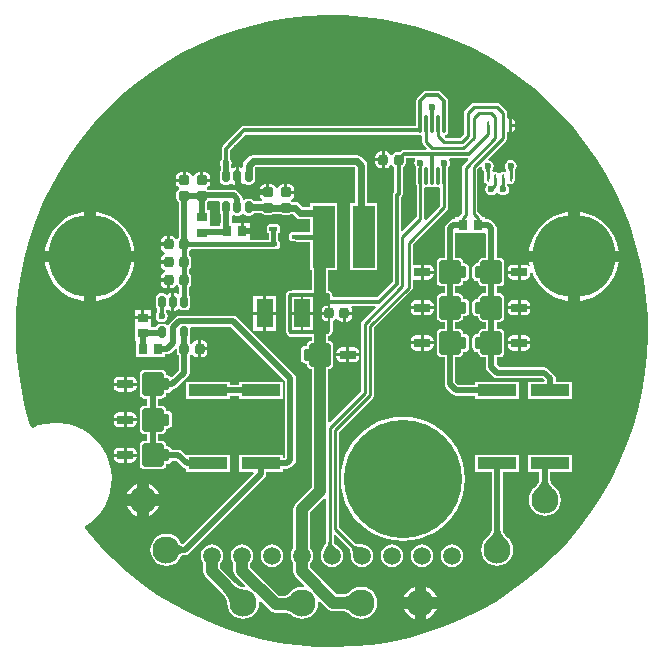
<source format=gtl>
G04*
G04 #@! TF.GenerationSoftware,Altium Limited,Altium Designer,20.1.8 (145)*
G04*
G04 Layer_Physical_Order=1*
G04 Layer_Color=255*
%FSTAX43Y43*%
%MOMM*%
G71*
G04*
G04 #@! TF.SameCoordinates,D0AF8ED7-0584-4811-8BF5-3ABD82A448BB*
G04*
G04*
G04 #@! TF.FilePolarity,Positive*
G04*
G01*
G75*
%ADD10C,0.250*%
%ADD32R,3.300X1.000*%
%ADD33R,0.800X0.900*%
G04:AMPARAMS|DCode=34|XSize=0.3mm|YSize=1.45mm|CornerRadius=0.075mm|HoleSize=0mm|Usage=FLASHONLY|Rotation=0.000|XOffset=0mm|YOffset=0mm|HoleType=Round|Shape=RoundedRectangle|*
%AMROUNDEDRECTD34*
21,1,0.300,1.300,0,0,0.0*
21,1,0.150,1.450,0,0,0.0*
1,1,0.150,0.075,-0.650*
1,1,0.150,-0.075,-0.650*
1,1,0.150,-0.075,0.650*
1,1,0.150,0.075,0.650*
%
%ADD34ROUNDEDRECTD34*%
G04:AMPARAMS|DCode=35|XSize=0.9mm|YSize=0.8mm|CornerRadius=0.2mm|HoleSize=0mm|Usage=FLASHONLY|Rotation=90.000|XOffset=0mm|YOffset=0mm|HoleType=Round|Shape=RoundedRectangle|*
%AMROUNDEDRECTD35*
21,1,0.900,0.400,0,0,90.0*
21,1,0.500,0.800,0,0,90.0*
1,1,0.400,0.200,0.250*
1,1,0.400,0.200,-0.250*
1,1,0.400,-0.200,-0.250*
1,1,0.400,-0.200,0.250*
%
%ADD35ROUNDEDRECTD35*%
G04:AMPARAMS|DCode=36|XSize=0.6mm|YSize=0.25mm|CornerRadius=0.063mm|HoleSize=0mm|Usage=FLASHONLY|Rotation=90.000|XOffset=0mm|YOffset=0mm|HoleType=Round|Shape=RoundedRectangle|*
%AMROUNDEDRECTD36*
21,1,0.600,0.125,0,0,90.0*
21,1,0.475,0.250,0,0,90.0*
1,1,0.125,0.063,0.238*
1,1,0.125,0.063,-0.238*
1,1,0.125,-0.063,-0.238*
1,1,0.125,-0.063,0.238*
%
%ADD36ROUNDEDRECTD36*%
G04:AMPARAMS|DCode=37|XSize=0.75mm|YSize=1.4mm|CornerRadius=0.188mm|HoleSize=0mm|Usage=FLASHONLY|Rotation=270.000|XOffset=0mm|YOffset=0mm|HoleType=Round|Shape=RoundedRectangle|*
%AMROUNDEDRECTD37*
21,1,0.750,1.025,0,0,270.0*
21,1,0.375,1.400,0,0,270.0*
1,1,0.375,-0.513,-0.188*
1,1,0.375,-0.513,0.188*
1,1,0.375,0.513,0.188*
1,1,0.375,0.513,-0.188*
%
%ADD37ROUNDEDRECTD37*%
G04:AMPARAMS|DCode=38|XSize=2mm|YSize=1.8mm|CornerRadius=0.18mm|HoleSize=0mm|Usage=FLASHONLY|Rotation=270.000|XOffset=0mm|YOffset=0mm|HoleType=Round|Shape=RoundedRectangle|*
%AMROUNDEDRECTD38*
21,1,2.000,1.440,0,0,270.0*
21,1,1.640,1.800,0,0,270.0*
1,1,0.360,-0.720,-0.820*
1,1,0.360,-0.720,0.820*
1,1,0.360,0.720,0.820*
1,1,0.360,0.720,-0.820*
%
%ADD38ROUNDEDRECTD38*%
G04:AMPARAMS|DCode=39|XSize=1.1mm|YSize=0.7mm|CornerRadius=0.175mm|HoleSize=0mm|Usage=FLASHONLY|Rotation=270.000|XOffset=0mm|YOffset=0mm|HoleType=Round|Shape=RoundedRectangle|*
%AMROUNDEDRECTD39*
21,1,1.100,0.350,0,0,270.0*
21,1,0.750,0.700,0,0,270.0*
1,1,0.350,-0.175,-0.375*
1,1,0.350,-0.175,0.375*
1,1,0.350,0.175,0.375*
1,1,0.350,0.175,-0.375*
%
%ADD39ROUNDEDRECTD39*%
%ADD40R,1.400X2.400*%
%ADD41R,0.900X0.800*%
G04:AMPARAMS|DCode=42|XSize=0.6mm|YSize=1mm|CornerRadius=0.15mm|HoleSize=0mm|Usage=FLASHONLY|Rotation=0.000|XOffset=0mm|YOffset=0mm|HoleType=Round|Shape=RoundedRectangle|*
%AMROUNDEDRECTD42*
21,1,0.600,0.700,0,0,0.0*
21,1,0.300,1.000,0,0,0.0*
1,1,0.300,0.150,-0.350*
1,1,0.300,-0.150,-0.350*
1,1,0.300,-0.150,0.350*
1,1,0.300,0.150,0.350*
%
%ADD42ROUNDEDRECTD42*%
G04:AMPARAMS|DCode=43|XSize=0.4mm|YSize=0.75mm|CornerRadius=0.1mm|HoleSize=0mm|Usage=FLASHONLY|Rotation=90.000|XOffset=0mm|YOffset=0mm|HoleType=Round|Shape=RoundedRectangle|*
%AMROUNDEDRECTD43*
21,1,0.400,0.550,0,0,90.0*
21,1,0.200,0.750,0,0,90.0*
1,1,0.200,0.275,0.100*
1,1,0.200,0.275,-0.100*
1,1,0.200,-0.275,-0.100*
1,1,0.200,-0.275,0.100*
%
%ADD43ROUNDEDRECTD43*%
G04:AMPARAMS|DCode=44|XSize=0.9mm|YSize=0.8mm|CornerRadius=0.2mm|HoleSize=0mm|Usage=FLASHONLY|Rotation=0.000|XOffset=0mm|YOffset=0mm|HoleType=Round|Shape=RoundedRectangle|*
%AMROUNDEDRECTD44*
21,1,0.900,0.400,0,0,0.0*
21,1,0.500,0.800,0,0,0.0*
1,1,0.400,0.250,-0.200*
1,1,0.400,-0.250,-0.200*
1,1,0.400,-0.250,0.200*
1,1,0.400,0.250,0.200*
%
%ADD44ROUNDEDRECTD44*%
%ADD45R,1.900X5.300*%
%ADD46C,0.300*%
%ADD47C,1.000*%
%ADD48C,0.500*%
%ADD49C,0.400*%
%ADD50C,0.600*%
%ADD51C,2.300*%
%ADD52C,1.500*%
%ADD53C,10.000*%
%ADD54C,7.000*%
%ADD55C,0.600*%
G36*
X0075055Y0079736D02*
X0076643Y0079626D01*
X0078221Y0079422D01*
X0079784Y0079124D01*
X0081327Y0078734D01*
X0082844Y0078253D01*
X0084329Y0077683D01*
X0085779Y0077025D01*
X0087186Y0076282D01*
X0088547Y0075457D01*
X0089856Y0074553D01*
X0091109Y0073572D01*
X0092302Y0072519D01*
X009343Y0071396D01*
X0094489Y0070209D01*
X0095476Y006896D01*
X0096387Y0067655D01*
X0097218Y0066298D01*
X0097968Y0064895D01*
X0098632Y0063449D01*
X009921Y0061966D01*
X0099698Y0060451D01*
X0100096Y0058911D01*
X0100401Y0057349D01*
X0100613Y0055772D01*
X0100731Y0054185D01*
X0100754Y0052594D01*
X0100682Y0051004D01*
X0100517Y0049421D01*
X0100257Y0047851D01*
X0099904Y0046299D01*
X009946Y0044771D01*
X0098926Y0043272D01*
X0098304Y0041808D01*
X0097595Y0040383D01*
X0096803Y0039002D01*
X0095931Y0037671D01*
X0094981Y0036395D01*
X0093957Y0035177D01*
X0092862Y0034022D01*
X00917Y0032934D01*
X0090476Y0031918D01*
X0089194Y0030975D01*
X0087858Y0030111D01*
X0086473Y0029328D01*
X0085043Y0028628D01*
X0083575Y0028015D01*
X0082073Y002749D01*
X0080542Y0027055D01*
X0078988Y0026712D01*
X0077416Y0026462D01*
X0075833Y0026306D01*
X0074243Y0026244D01*
X0072652Y0026277D01*
X0071065Y0026404D01*
X006949Y0026626D01*
X006793Y0026941D01*
X0066391Y0027348D01*
X006488Y0027845D01*
X0063401Y0028432D01*
X0061959Y0029106D01*
X006056Y0029864D01*
X0059208Y0030704D01*
X0057909Y0031622D01*
X0056666Y0032617D01*
X0055485Y0033683D01*
X005437Y0034818D01*
X0053324Y0036017D01*
X0053098Y0036309D01*
X0053094Y0036318D01*
X0053127Y003648D01*
X0053538Y0036764D01*
X005355Y0036776D01*
X0053564Y0036785D01*
X0054006Y0037185D01*
X0054016Y0037198D01*
X0054029Y0037209D01*
X0054414Y0037664D01*
X0054422Y0037679D01*
X0054434Y0037691D01*
X0054755Y0038193D01*
X0054761Y0038209D01*
X0054771Y0038223D01*
X0055024Y0038762D01*
X0055028Y0038779D01*
X0055036Y0038794D01*
X0055214Y0039362D01*
X0055216Y0039379D01*
X0055222Y0039395D01*
X0055324Y0039982D01*
X0055324Y0039999D01*
X0055328Y0040016D01*
X0055351Y0040611D01*
X0055348Y0040628D01*
X005535Y0040645D01*
X0055295Y0041238D01*
X005529Y0041254D01*
X0055289Y0041271D01*
X0055156Y0041852D01*
X0055149Y0041868D01*
X0055146Y0041884D01*
X0054937Y0042443D01*
X0054929Y0042457D01*
X0054924Y0042473D01*
X0054643Y0042999D01*
X0054632Y0043012D01*
X0054625Y0043027D01*
X0054277Y0043511D01*
X0054265Y0043523D01*
X0054256Y0043537D01*
X0053847Y0043971D01*
X0053833Y0043981D01*
X0053822Y0043994D01*
X005336Y004437D01*
X0053345Y0044378D01*
X0053333Y0044389D01*
X0052825Y0044701D01*
X0052809Y0044707D01*
X0052795Y0044716D01*
X005225Y0044958D01*
X0052234Y0044962D01*
X0052218Y004497D01*
X0051647Y0045137D01*
X005163Y0045139D01*
X0051614Y0045145D01*
X0051025Y0045235D01*
X0051008Y0045234D01*
X0050991Y0045238D01*
X0050396Y004525D01*
X0050379Y0045247D01*
X0050362Y0045248D01*
X004977Y0045182D01*
X0049754Y0045176D01*
X0049737Y0045176D01*
X0049158Y0045031D01*
X0049143Y0045024D01*
X0049126Y0045021D01*
X0048665Y0044838D01*
X0048511Y0044902D01*
X0048507Y0044909D01*
X0048385Y0045268D01*
X004797Y0046804D01*
X0047648Y0048362D01*
X0047419Y0049937D01*
X0047284Y0051522D01*
X0047243Y0053113D01*
X0047297Y0054704D01*
X0047446Y0056288D01*
X0047688Y0057861D01*
X0048024Y0059416D01*
X0048451Y0060949D01*
X0048969Y0062454D01*
X0049575Y0063925D01*
X0050268Y0065358D01*
X0051044Y0066747D01*
X0051902Y0068087D01*
X0052838Y0069374D01*
X0053849Y0070603D01*
X0054931Y007177D01*
X0056081Y007287D01*
X0057294Y00739D01*
X0058566Y0074857D01*
X0059892Y0075736D01*
X0061269Y0076534D01*
X006269Y0077249D01*
X0064152Y0077879D01*
X0065648Y007842D01*
X0067174Y0078872D01*
X0068724Y0079232D01*
X0070293Y0079499D01*
X0071875Y0079672D01*
X0073464Y0079752D01*
X0075055Y0079736D01*
D02*
G37*
%LPC*%
G36*
X0089277Y0070997D02*
Y0070577D01*
X0089535D01*
Y0070688D01*
X0089511Y0070811D01*
X0089441Y0070916D01*
X0089336Y0070986D01*
X0089277Y0070997D01*
D02*
G37*
G36*
X0083Y0073357D02*
X0082D01*
X0081863Y007333D01*
X0081748Y0073252D01*
X0081248Y0072752D01*
X008117Y0072637D01*
X0081143Y00725D01*
Y0070357D01*
X0066581D01*
X0066444Y007033D01*
X0066328Y0070252D01*
X0064779Y0068703D01*
X0064701Y0068587D01*
X0064674Y006845D01*
Y0067623D01*
X0064674Y0067617D01*
X0064671Y0067603D01*
X0064671Y0067601D01*
X0064671Y0067601D01*
X006456Y0067435D01*
X0064521Y006724D01*
X006456Y0067045D01*
X0064582Y0067013D01*
Y0066604D01*
X006457Y0066587D01*
X0064543Y006645D01*
Y006575D01*
X006457Y0065613D01*
X0064648Y0065498D01*
X0064763Y006542D01*
X00649Y0065393D01*
X00652D01*
X0065337Y006542D01*
X0065452Y0065498D01*
X0065573Y0065449D01*
X0065692Y0065369D01*
X006585Y0065338D01*
X0065873D01*
Y00661D01*
Y0066862D01*
X006585D01*
X0065692Y0066831D01*
X0065626Y0066786D01*
X0065499Y0066854D01*
Y0067041D01*
X0065502Y0067045D01*
X0065541Y006724D01*
X0065502Y0067435D01*
X0065392Y0067601D01*
X0065392Y0067601D01*
X0065391Y0067603D01*
X0065389Y0067614D01*
X0065388Y0067628D01*
Y0068303D01*
X0066729Y0069643D01*
X008124D01*
X0081318Y0069591D01*
X0081425Y006957D01*
X0081575D01*
X0081669Y0069493D01*
Y0069D01*
X0081694Y0068873D01*
X0081766Y0068766D01*
X0082057Y0068474D01*
X0082009Y0068357D01*
X0080146D01*
X008001Y006833D01*
X0079894Y0068252D01*
X0079799Y0068158D01*
X007945D01*
X0079294Y0068127D01*
X0079162Y0068038D01*
X0079103Y006795D01*
X0079058Y0067942D01*
X0078964Y006795D01*
X0078962Y0067951D01*
X0078877Y0068077D01*
X0078727Y0068178D01*
X007855Y0068213D01*
X0078477D01*
Y00675D01*
Y0066787D01*
X007855D01*
X0078727Y0066822D01*
X0078877Y0066923D01*
X0078962Y0067049D01*
X0078964Y006705D01*
X0079058Y0067058D01*
X0079103Y006705D01*
X0079162Y0066962D01*
X0079293Y0066874D01*
Y0064798D01*
X0079248Y0064752D01*
X007917Y0064637D01*
X0079143Y00645D01*
Y0057148D01*
X0077852Y0055857D01*
X0074058D01*
Y0056004D01*
X0074054Y0056023D01*
X0074054Y0056044D01*
X0074052Y0056049D01*
X0074052Y0056055D01*
X0074022Y0056171D01*
X0074015Y0056185D01*
X0074011Y00562D01*
X0074002Y0056222D01*
X0073957Y0056287D01*
X0073887Y0056354D01*
X0073821Y0056397D01*
X0073731Y0056432D01*
X0073731Y0056432D01*
X0073706Y0056437D01*
Y005815D01*
X007445D01*
Y006385D01*
X007215D01*
Y006351D01*
X0071511D01*
X0071199Y0063822D01*
X0071034Y0063932D01*
X0070839Y0063971D01*
X0070626D01*
X0070571Y0064035D01*
X0070589Y0064178D01*
X0070672Y0064234D01*
X0070773Y0064384D01*
X0070808Y0064561D01*
Y0064634D01*
X0070095D01*
Y0064761D01*
X0069968D01*
Y0065424D01*
X0069845D01*
X0069668Y0065389D01*
X0069518Y0065288D01*
X0069417Y0065138D01*
X006941Y00651D01*
X006928D01*
X0069272Y0065138D01*
X0069172Y0065288D01*
X0069022Y0065389D01*
X0068845Y0065424D01*
X0068722D01*
Y0064761D01*
X0068595D01*
Y0064634D01*
X0067882D01*
Y0064561D01*
X0067917Y0064384D01*
X0068017Y0064234D01*
X006805Y0064212D01*
X0068075Y0064043D01*
X0068045Y0064006D01*
X0067417D01*
X0067352Y0064102D01*
X0067237Y006418D01*
X00671Y0064207D01*
X00668D01*
X0066663Y006418D01*
X0066586Y0064128D01*
X0066466Y0064178D01*
X0066459Y0064184D01*
Y0064207D01*
X0066424Y0064383D01*
X0066324Y0064532D01*
X0066032Y0064824D01*
X0065883Y0064924D01*
X0065707Y0064959D01*
X0063554D01*
X0063543Y0064975D01*
X0063455Y0065034D01*
X0063447Y0065079D01*
X0063455Y0065173D01*
X0063456Y0065175D01*
X0063582Y0065259D01*
X0063682Y006541D01*
X0063718Y0065587D01*
Y006566D01*
X0063005D01*
Y0065787D01*
X0062878D01*
Y006645D01*
X0062755D01*
X0062578Y0066414D01*
X0062428Y0066314D01*
X0062327Y0066164D01*
X006232Y0066126D01*
X006219D01*
X0062182Y0066164D01*
X0062082Y0066314D01*
X0061932Y0066414D01*
X0061755Y006645D01*
X0061632D01*
Y0065787D01*
X0061505D01*
Y006566D01*
X0060792D01*
Y0065587D01*
X0060827Y006541D01*
X0060928Y0065259D01*
X0061054Y0065175D01*
X0061055Y0065173D01*
X0061063Y0065079D01*
X0061055Y0065034D01*
X0060966Y0064975D01*
X0060878Y0064843D01*
X0060847Y0064687D01*
Y0064287D01*
X0060878Y0064131D01*
X0060966Y0063998D01*
X0061044Y0063947D01*
Y0060902D01*
X006101Y006088D01*
X0060951Y0060791D01*
X0060906Y0060783D01*
X0060812Y0060791D01*
X006081Y0060792D01*
X0060726Y0060919D01*
X0060575Y0061019D01*
X0060398Y0061054D01*
X0060325D01*
Y0060341D01*
X0060198D01*
Y0060214D01*
X0059535D01*
Y0060091D01*
X0059571Y0059914D01*
X0059671Y0059764D01*
X0059821Y0059664D01*
X0059859Y0059656D01*
Y0059527D01*
X0059821Y0059519D01*
X0059671Y0059419D01*
X0059571Y0059268D01*
X0059535Y0059091D01*
Y0058968D01*
X0060198D01*
Y0058714D01*
X0059535D01*
Y0058591D01*
X0059571Y0058414D01*
X0059671Y0058264D01*
X0059821Y0058164D01*
X0059859Y0058156D01*
Y0058027D01*
X0059821Y0058019D01*
X0059671Y0057919D01*
X0059571Y0057768D01*
X0059535Y0057591D01*
Y0057468D01*
X0060198D01*
Y0057341D01*
X0060325D01*
Y0056628D01*
X0060398D01*
X0060575Y0056664D01*
X0060726Y0056764D01*
X006081Y0056891D01*
X0060812Y0056891D01*
X0060906Y0056899D01*
X0060951Y0056891D01*
X006101Y0056803D01*
X0061091Y0056748D01*
Y0056216D01*
X0061059Y0056192D01*
X0060964Y0056159D01*
X0060858Y0056231D01*
X00607Y0056262D01*
X0060677D01*
Y00555D01*
Y0054738D01*
X00607D01*
X0060858Y0054769D01*
X0060977Y0054849D01*
X0061098Y0054898D01*
X0061213Y005482D01*
X006135Y0054793D01*
X006165D01*
X0061787Y005482D01*
X0061902Y0054898D01*
X006198Y0055013D01*
X0062007Y005515D01*
Y005585D01*
X006198Y0055987D01*
X0061907Y0056095D01*
Y005675D01*
X0061987Y0056803D01*
X0062075Y0056935D01*
X0062106Y0057091D01*
Y0057591D01*
X0062075Y0057747D01*
X0061987Y005788D01*
X0061906Y0057933D01*
Y0058249D01*
X0061987Y0058303D01*
X0062075Y0058435D01*
X0062106Y0058591D01*
Y0059091D01*
X0062075Y0059247D01*
X0061987Y005938D01*
X0061906Y0059433D01*
Y0059749D01*
X0061987Y0059803D01*
X0062075Y0059935D01*
X0062076Y0059942D01*
X006905D01*
X006906Y0059944D01*
X0069325D01*
X0069442Y0059967D01*
X0069541Y0060034D01*
X0069608Y0060133D01*
X0069631Y006025D01*
Y006045D01*
X0069608Y0060567D01*
X0069541Y0060666D01*
X0069458Y0060722D01*
Y0061278D01*
X0069541Y0061334D01*
X0069608Y0061433D01*
X0069631Y006155D01*
Y006175D01*
X0069608Y0061867D01*
X0069541Y0061966D01*
X0069442Y0062033D01*
X0069325Y0062056D01*
X006906D01*
X006905Y0062058D01*
X006904Y0062056D01*
X0068775D01*
X0068658Y0062033D01*
X0068559Y0061966D01*
X0068492Y0061867D01*
X0068469Y006175D01*
Y006155D01*
X0068492Y0061433D01*
X0068559Y0061334D01*
X0068642Y0061278D01*
Y0060758D01*
X0067175D01*
X0067055Y0060776D01*
X0067055Y0060885D01*
Y0061353D01*
X0066401D01*
Y006148D01*
X0066274D01*
Y0062184D01*
X0065747D01*
X0065662Y006214D01*
X006559Y0062165D01*
X0065535Y006222D01*
Y0062787D01*
X0065662Y0062855D01*
X0065713Y006282D01*
X006585Y0062793D01*
X006615D01*
X0066287Y006282D01*
X0066402Y0062898D01*
X0066411Y0062911D01*
X0066538D01*
X0066548Y0062898D01*
X0066663Y006282D01*
X00668Y0062793D01*
X00671D01*
X0067237Y006282D01*
X0067352Y0062898D01*
X0067412Y0062987D01*
X0068047D01*
X0068056Y0062973D01*
X0068189Y0062884D01*
X0068345Y0062853D01*
X0068845D01*
X0069001Y0062884D01*
X0069101Y0062951D01*
X0069589D01*
X0069689Y0062884D01*
X0069845Y0062853D01*
X0070345D01*
X0070501Y0062884D01*
X0070601Y0062951D01*
X0070628D01*
X007094Y006264D01*
X0071105Y0062529D01*
X00713Y006249D01*
X007215D01*
Y0061408D01*
X007095D01*
X007094Y0061406D01*
X0070675D01*
X0070558Y0061383D01*
X0070459Y0061316D01*
X0070392Y0061217D01*
X0070369Y00611D01*
Y00609D01*
X0070392Y0060783D01*
X0070459Y0060684D01*
X0070558Y0060617D01*
X0070675Y0060594D01*
X007094D01*
X007095Y0060592D01*
X007215D01*
Y005815D01*
X0072294D01*
Y0056446D01*
X0070585Y0056446D01*
X0070571Y0056443D01*
X0070556Y0056444D01*
X0070518Y0056438D01*
X0070486Y0056438D01*
X0070486Y0056438D01*
X0070486Y0056438D01*
X0070447Y0056431D01*
X0070408Y0056423D01*
X0070408Y0056423D01*
X0070408Y0056423D01*
X0070321Y0056387D01*
X0070255Y0056343D01*
X0070255Y0056343D01*
X0070189Y0056277D01*
X0070145Y0056211D01*
X007011Y0056125D01*
X007011Y0056125D01*
X007011Y0056125D01*
X0070102Y0056085D01*
X0070094Y0056047D01*
X0070094Y0056047D01*
X0070094Y0056047D01*
X0070094Y0056D01*
X0070094Y0053059D01*
X0070094Y0053059D01*
X0070094Y0053057D01*
X0070094Y0053055D01*
X0070095Y0052989D01*
X0070112Y0052912D01*
X0070165Y0052791D01*
X007021Y0052726D01*
X0070305Y0052634D01*
X0070372Y0052591D01*
X0070494Y0052543D01*
X0070573Y0052529D01*
X0070636Y0052531D01*
X0072294D01*
Y0052207D01*
X007228D01*
X0072132Y0052178D01*
X0072006Y0052094D01*
X0071922Y0051968D01*
X0071893Y005182D01*
Y0051757D01*
X0071775D01*
X0071629Y0051728D01*
X0071505Y0051645D01*
X0071422Y0051521D01*
X0071393Y0051375D01*
Y0050625D01*
X0071422Y0050479D01*
X0071505Y0050355D01*
X0071629Y0050272D01*
X0071775Y0050243D01*
X0071893D01*
Y005018D01*
X0071922Y0050032D01*
X0072006Y0049906D01*
X0072132Y0049822D01*
X007228Y0049793D01*
X0072294D01*
Y0039792D01*
X0070961Y0038459D01*
X0070849Y0038313D01*
X0070778Y0038143D01*
X0070754Y003796D01*
Y0034846D01*
X007075Y0034676D01*
X0070746Y0034631D01*
X007063Y0034479D01*
X0070534Y0034248D01*
X0070502Y0034D01*
X0070534Y0033752D01*
X007063Y0033521D01*
X0070746Y0033369D01*
X007075Y0033324D01*
X0070754Y0033154D01*
Y0032656D01*
X0070778Y0032474D01*
X0070849Y0032303D01*
X0070961Y0032157D01*
X0071655Y0031462D01*
X0071599Y0031349D01*
X00715Y0031362D01*
X0071148Y0031315D01*
X0070819Y0031179D01*
X0070537Y0030963D01*
X0070455Y0030856D01*
X0070445Y0030848D01*
X0070396Y0030793D01*
X007035Y0030751D01*
X0070298Y0030714D01*
X0070239Y0030681D01*
X0070173Y0030652D01*
X00701Y0030628D01*
X0070018Y0030608D01*
X0069928Y0030593D01*
X006983Y0030585D01*
X0069796Y0030584D01*
X0069531D01*
X0067086Y0033029D01*
Y0033154D01*
X006709Y0033324D01*
X0067094Y0033369D01*
X006721Y0033521D01*
X0067306Y0033752D01*
X0067338Y0034D01*
X0067306Y0034248D01*
X006721Y0034479D01*
X0067058Y0034678D01*
X0066859Y003483D01*
X0066628Y0034926D01*
X006638Y0034958D01*
X0066132Y0034926D01*
X0065901Y003483D01*
X0065702Y0034678D01*
X006555Y0034479D01*
X0065454Y0034248D01*
X0065422Y0034D01*
X0065454Y0033752D01*
X006555Y0033521D01*
X0065655Y0033384D01*
X0065674Y0033026D01*
Y0032736D01*
X0065698Y0032554D01*
X0065769Y0032383D01*
X0065881Y0032237D01*
X0066655Y0031462D01*
X0066599Y0031349D01*
X00665Y0031362D01*
X0066453Y0031355D01*
X0066422Y0031357D01*
X0066356Y0031366D01*
X006629Y0031382D01*
X0066221Y0031406D01*
X0066152Y0031437D01*
X006608Y0031476D01*
X0066007Y0031523D01*
X0065932Y0031579D01*
X0065855Y0031644D01*
X0065835Y0031663D01*
X0064546Y0032952D01*
Y0033154D01*
X006455Y0033324D01*
X0064554Y0033369D01*
X006467Y0033521D01*
X0064766Y0033752D01*
X0064798Y0034D01*
X0064766Y0034248D01*
X006467Y0034479D01*
X0064518Y0034678D01*
X0064319Y003483D01*
X0064088Y0034926D01*
X006384Y0034958D01*
X0063592Y0034926D01*
X0063361Y003483D01*
X0063162Y0034678D01*
X006301Y0034479D01*
X0062914Y0034248D01*
X0062882Y0034D01*
X0062914Y0033752D01*
X006301Y0033521D01*
X0063115Y0033384D01*
X0063134Y0033026D01*
Y003266D01*
X0063158Y0032477D01*
X0063229Y0032307D01*
X0063341Y0032161D01*
X0064837Y0030665D01*
X0064856Y0030645D01*
X0064921Y0030568D01*
X0064977Y0030493D01*
X0065024Y003042D01*
X0065063Y0030348D01*
X0065094Y0030279D01*
X0065118Y003021D01*
X0065134Y0030144D01*
X0065143Y0030078D01*
X0065145Y0030047D01*
X0065138Y003D01*
X0065185Y0029648D01*
X0065321Y0029319D01*
X0065537Y0029037D01*
X0065819Y0028821D01*
X0066148Y0028685D01*
X00665Y0028638D01*
X0066852Y0028685D01*
X0067181Y0028821D01*
X0067463Y0029037D01*
X0067679Y0029319D01*
X0067815Y0029648D01*
X0067862Y003D01*
X0067849Y0030099D01*
X0067963Y0030155D01*
X0068739Y0029378D01*
X0068886Y0029266D01*
X0069056Y0029196D01*
X0069239Y0029172D01*
X0069935D01*
X0069951Y0029171D01*
X0070053Y0029164D01*
X0070149Y0029152D01*
X0070238Y0029136D01*
X007032Y0029115D01*
X0070396Y002909D01*
X0070465Y0029062D01*
X0070529Y002903D01*
X0070587Y0028994D01*
X0070647Y0028949D01*
X0070661Y0028942D01*
X0070819Y0028821D01*
X0071148Y0028685D01*
X00715Y0028638D01*
X0071852Y0028685D01*
X0072181Y0028821D01*
X0072463Y0029037D01*
X0072679Y0029319D01*
X0072815Y0029648D01*
X0072862Y003D01*
X0072849Y0030099D01*
X0072963Y0030155D01*
X0073617Y0029501D01*
X0073763Y0029389D01*
X0073934Y0029318D01*
X0074116Y0029294D01*
X0074854D01*
X0074881Y0029293D01*
X0074981Y0029285D01*
X0075074Y0029272D01*
X007516Y0029253D01*
X0075238Y002923D01*
X0075309Y0029203D01*
X0075374Y0029171D01*
X0075432Y0029136D01*
X0075485Y0029096D01*
X0075508Y0029075D01*
X0075537Y0029037D01*
X0075819Y0028821D01*
X0076148Y0028685D01*
X00765Y0028638D01*
X0076852Y0028685D01*
X0077181Y0028821D01*
X0077463Y0029037D01*
X0077679Y0029319D01*
X0077815Y0029648D01*
X0077862Y003D01*
X0077815Y0030352D01*
X0077679Y0030681D01*
X0077463Y0030963D01*
X0077181Y0031179D01*
X0076852Y0031315D01*
X00765Y0031362D01*
X0076148Y0031315D01*
X0075819Y0031179D01*
X0075537Y0030963D01*
X0075508Y0030925D01*
X0075485Y0030904D01*
X0075432Y0030864D01*
X0075374Y0030829D01*
X0075309Y0030797D01*
X0075238Y003077D01*
X007516Y0030747D01*
X0075074Y0030728D01*
X0074981Y0030715D01*
X0074881Y0030707D01*
X0074854Y0030706D01*
X0074409D01*
X0072166Y0032949D01*
Y0033026D01*
X0072185Y0033384D01*
X007229Y0033521D01*
X0072386Y0033752D01*
X0072418Y0034D01*
X0072386Y0034248D01*
X007229Y0034479D01*
X0072185Y0034616D01*
X0072166Y0034974D01*
Y0037668D01*
X0073376Y0038878D01*
X0073494Y0038829D01*
Y0035118D01*
X0073489Y0035095D01*
X0073455Y0034994D01*
X0073432Y0034939D01*
X0073251Y0034604D01*
X0073193Y0034509D01*
X007317Y0034479D01*
X0073074Y0034248D01*
X0073042Y0034D01*
X0073074Y0033752D01*
X007317Y0033521D01*
X0073322Y0033322D01*
X0073521Y003317D01*
X0073752Y0033074D01*
X0074Y0033042D01*
X0074248Y0033074D01*
X0074479Y003317D01*
X0074678Y0033322D01*
X007483Y0033521D01*
X0074926Y0033752D01*
X0074958Y0034D01*
X0074926Y0034248D01*
X007483Y0034479D01*
X0074678Y0034678D01*
X0074479Y003483D01*
X0074459Y0034838D01*
X0074417Y0034865D01*
X0074353Y0034911D01*
X0074299Y0034955D01*
X0074255Y0034998D01*
X007422Y0035038D01*
X0074193Y0035076D01*
X0074175Y003511D01*
X0074163Y0035141D01*
X0074157Y003517D01*
X0074156Y0035173D01*
Y0035749D01*
X0074274Y0035798D01*
X0075482Y0034589D01*
X0075499Y0034563D01*
X0075517Y0034527D01*
X0075534Y0034481D01*
X007555Y0034426D01*
X0075563Y0034361D01*
X0075573Y0034289D01*
X0075585Y0034108D01*
X0075586Y0034031D01*
X0075582Y0034D01*
X0075614Y0033752D01*
X007571Y0033521D01*
X0075862Y0033322D01*
X0076061Y003317D01*
X0076292Y0033074D01*
X007654Y0033042D01*
X0076788Y0033074D01*
X0077019Y003317D01*
X0077218Y0033322D01*
X007737Y0033521D01*
X0077466Y0033752D01*
X0077498Y0034D01*
X0077466Y0034248D01*
X007737Y0034479D01*
X0077218Y0034678D01*
X0077019Y003483D01*
X0076788Y0034926D01*
X007654Y0034958D01*
X0076509Y0034954D01*
X0076432Y0034955D01*
X0076251Y0034967D01*
X0076179Y0034977D01*
X0076114Y003499D01*
X0076059Y0035006D01*
X0076013Y0035023D01*
X0075977Y0035041D01*
X0075951Y0035058D01*
X0074606Y0036402D01*
Y0044501D01*
X0077477Y0047372D01*
X0077549Y004748D01*
X0077574Y0047606D01*
Y0053298D01*
X0080734Y0056458D01*
X0080806Y0056565D01*
X0080831Y0056692D01*
Y0057351D01*
X0080943Y0057411D01*
X0080965Y0057397D01*
X0081138Y0057362D01*
X0081523D01*
Y0058D01*
Y0058638D01*
X0081138D01*
X0080965Y0058603D01*
X0080943Y0058589D01*
X0080831Y0058649D01*
Y0060363D01*
X0083734Y0063266D01*
X0083806Y0063373D01*
X0083831Y00635D01*
Y0065339D01*
X0083834Y0065343D01*
X0083855Y006545D01*
Y006675D01*
X0083835Y0066853D01*
X0083836Y0066857D01*
X0083838Y0066866D01*
X0083841Y0066873D01*
X0083844Y0066879D01*
X0083844Y0066879D01*
X008386Y006689D01*
X0083971Y0067055D01*
X008401Y006725D01*
X0083971Y0067445D01*
X0083924Y0067516D01*
X0083991Y0067643D01*
X0085495D01*
X0085505Y0067632D01*
X0085556Y0067525D01*
X0085116Y0067084D01*
X0085044Y0066977D01*
X0085019Y006685D01*
Y0062992D01*
X0084836Y0062809D01*
X0084764Y0062702D01*
X0084753Y006265D01*
X008447D01*
Y0062459D01*
X0084293D01*
X0084117Y0062424D01*
X0083968Y0062324D01*
X0083676Y0062032D01*
X0083576Y0061883D01*
X0083541Y0061707D01*
Y0059207D01*
X008328D01*
X0083132Y0059178D01*
X0083006Y0059094D01*
X0082922Y0058968D01*
X0082893Y005882D01*
Y005718D01*
X0082922Y0057032D01*
X0083006Y0056906D01*
X0083132Y0056822D01*
X008328Y0056793D01*
X0083541D01*
Y0056207D01*
X008328D01*
X0083132Y0056178D01*
X0083006Y0056094D01*
X0082922Y0055968D01*
X0082893Y005582D01*
Y005418D01*
X0082922Y0054032D01*
X0083006Y0053906D01*
X0083132Y0053822D01*
X008328Y0053793D01*
X0083541D01*
Y0053207D01*
X008328D01*
X0083132Y0053178D01*
X0083006Y0053094D01*
X0082922Y0052968D01*
X0082893Y005282D01*
Y005118D01*
X0082922Y0051032D01*
X0083006Y0050906D01*
X0083132Y0050822D01*
X008328Y0050793D01*
X0083541D01*
Y00485D01*
X0083576Y0048324D01*
X0083676Y0048176D01*
X0084176Y0047676D01*
X0084324Y0047576D01*
X00845Y0047541D01*
X008615D01*
Y00473D01*
X008985D01*
Y00487D01*
X008615D01*
Y0048459D01*
X008469D01*
X0084459Y004869D01*
Y0050793D01*
X008472D01*
X0084868Y0050822D01*
X0084994Y0050906D01*
X0085078Y0051032D01*
X0085107Y005118D01*
Y0051243D01*
X0085225D01*
X0085371Y0051272D01*
X0085495Y0051355D01*
X0085578Y0051479D01*
X0085607Y0051625D01*
Y0052375D01*
X0085578Y0052521D01*
X0085495Y0052645D01*
X0085371Y0052728D01*
X0085225Y0052757D01*
X0085107D01*
Y005282D01*
X0085078Y0052968D01*
X0084994Y0053094D01*
X0084868Y0053178D01*
X008472Y0053207D01*
X0084459D01*
Y0053793D01*
X008472D01*
X0084868Y0053822D01*
X0084994Y0053906D01*
X0085078Y0054032D01*
X0085107Y005418D01*
Y0054243D01*
X0085225D01*
X0085371Y0054272D01*
X0085495Y0054355D01*
X0085578Y0054479D01*
X0085607Y0054625D01*
Y0055375D01*
X0085578Y0055521D01*
X0085495Y0055645D01*
X0085371Y0055728D01*
X0085225Y0055757D01*
X0085107D01*
Y005582D01*
X0085078Y0055968D01*
X0084994Y0056094D01*
X0084868Y0056178D01*
X008472Y0056207D01*
X0084459D01*
Y0056793D01*
X008472D01*
X0084868Y0056822D01*
X0084994Y0056906D01*
X0085078Y0057032D01*
X0085107Y005718D01*
Y0057243D01*
X0085225D01*
X0085371Y0057272D01*
X0085495Y0057355D01*
X0085578Y0057479D01*
X0085607Y0057625D01*
Y0058375D01*
X0085578Y0058521D01*
X0085495Y0058645D01*
X0085371Y0058728D01*
X0085225Y0058757D01*
X0085107D01*
Y005882D01*
X0085078Y0058968D01*
X0084994Y0059094D01*
X0084868Y0059178D01*
X008472Y0059207D01*
X0084459D01*
Y0061228D01*
X008447Y006135D01*
X008567D01*
Y006135D01*
X008577D01*
Y006135D01*
X008697D01*
X0087041Y0061253D01*
Y0059207D01*
X008678D01*
X0086632Y0059178D01*
X0086506Y0059094D01*
X0086422Y0058968D01*
X0086393Y005882D01*
Y0058757D01*
X0086275D01*
X0086129Y0058728D01*
X0086005Y0058645D01*
X0085922Y0058521D01*
X0085893Y0058375D01*
Y0057625D01*
X0085922Y0057479D01*
X0086005Y0057355D01*
X0086129Y0057272D01*
X0086275Y0057243D01*
X0086393D01*
Y005718D01*
X0086422Y0057032D01*
X0086506Y0056906D01*
X0086632Y0056822D01*
X008678Y0056793D01*
X0087041D01*
Y0056207D01*
X008678D01*
X0086632Y0056178D01*
X0086506Y0056094D01*
X0086422Y0055968D01*
X0086393Y005582D01*
Y0055757D01*
X0086275D01*
X0086129Y0055728D01*
X0086005Y0055645D01*
X0085922Y0055521D01*
X0085893Y0055375D01*
Y0054625D01*
X0085922Y0054479D01*
X0086005Y0054355D01*
X0086129Y0054272D01*
X0086275Y0054243D01*
X0086393D01*
Y005418D01*
X0086422Y0054032D01*
X0086506Y0053906D01*
X0086632Y0053822D01*
X008678Y0053793D01*
X0087041D01*
Y0053207D01*
X008678D01*
X0086632Y0053178D01*
X0086506Y0053094D01*
X0086422Y0052968D01*
X0086393Y005282D01*
Y0052757D01*
X0086275D01*
X0086129Y0052728D01*
X0086005Y0052645D01*
X0085922Y0052521D01*
X0085893Y0052375D01*
Y0051625D01*
X0085922Y0051479D01*
X0086005Y0051355D01*
X0086129Y0051272D01*
X0086275Y0051243D01*
X0086393D01*
Y005118D01*
X0086422Y0051032D01*
X0086506Y0050906D01*
X0086632Y0050822D01*
X008678Y0050793D01*
X0087041D01*
Y005D01*
X0087076Y0049824D01*
X0087176Y0049676D01*
X0087676Y0049176D01*
X0087824Y0049076D01*
X0088Y0049041D01*
X009181D01*
X0092024Y0048827D01*
X0092Y00487D01*
X009065D01*
Y00473D01*
X009435D01*
Y00487D01*
X0092959D01*
Y0049D01*
X0092924Y0049176D01*
X0092824Y0049324D01*
X0092324Y0049824D01*
X0092176Y0049924D01*
X0092Y0049959D01*
X008819D01*
X0087959Y005019D01*
Y0050793D01*
X008822D01*
X0088368Y0050822D01*
X0088494Y0050906D01*
X0088578Y0051032D01*
X0088607Y005118D01*
Y005282D01*
X0088578Y0052968D01*
X0088494Y0053094D01*
X0088368Y0053178D01*
X008822Y0053207D01*
X0087959D01*
Y0053793D01*
X008822D01*
X0088368Y0053822D01*
X0088494Y0053906D01*
X0088578Y0054032D01*
X0088607Y005418D01*
Y005582D01*
X0088578Y0055968D01*
X0088494Y0056094D01*
X0088368Y0056178D01*
X008822Y0056207D01*
X0087959D01*
Y0056793D01*
X008822D01*
X0088368Y0056822D01*
X0088494Y0056906D01*
X0088578Y0057032D01*
X0088607Y005718D01*
Y005882D01*
X0088578Y0058968D01*
X0088494Y0059094D01*
X0088368Y0059178D01*
X008822Y0059207D01*
X0087959D01*
Y0061707D01*
X0087924Y0061883D01*
X0087824Y0062032D01*
X0087532Y0062324D01*
X0087383Y0062424D01*
X0087207Y0062459D01*
X008697D01*
Y006265D01*
X0086686D01*
X0086676Y0062702D01*
X0086604Y0062809D01*
X0086331Y0063082D01*
Y0066726D01*
X0086574Y0066969D01*
X0086698Y0066913D01*
X0086729Y0066755D01*
X008684Y006659D01*
X0086856Y0066579D01*
X0086856Y0066578D01*
X0086859Y0066573D01*
X0086862Y0066566D01*
X0086864Y0066557D01*
X0086867Y0066546D01*
X0086869Y0066535D01*
Y0066D01*
X008687Y0065994D01*
Y0065762D01*
X008689Y006566D01*
X0086948Y0065573D01*
X0087035Y0065515D01*
X0087118Y0065499D01*
X0087143Y0065445D01*
X0087151Y0065368D01*
X008714Y006536D01*
X0087029Y0065195D01*
X008699Y0065D01*
X0087029Y0064805D01*
X008714Y006464D01*
X0087305Y0064529D01*
X00875Y006449D01*
X0087695Y0064529D01*
X008786Y006464D01*
X0087924Y0064734D01*
X0088076D01*
X008814Y006464D01*
X0088305Y0064529D01*
X00885Y006449D01*
X0088695Y0064529D01*
X008886Y006464D01*
X0088971Y0064805D01*
X008901Y0065D01*
X0088971Y0065195D01*
X0088867Y0065351D01*
X0088864Y0065402D01*
X0088867Y0065451D01*
X0088869Y0065456D01*
X0088985Y0065515D01*
X0089088Y0065495D01*
X0089213D01*
X0089315Y0065515D01*
X0089402Y0065573D01*
X008946Y006566D01*
X008948Y0065762D01*
Y0065994D01*
X0089481Y0066D01*
Y0066575D01*
X0089483Y0066585D01*
X0089486Y0066597D01*
X0089488Y0066606D01*
X0089491Y0066613D01*
X0089494Y0066618D01*
X0089494Y0066619D01*
X008951Y0066629D01*
X0089621Y0066795D01*
X008966Y006699D01*
X0089621Y0067185D01*
X008951Y006735D01*
X0089345Y0067461D01*
X008915Y00675D01*
X0088955Y0067461D01*
X008879Y006735D01*
X0088679Y0067185D01*
X008864Y006699D01*
X0088679Y0066795D01*
X0088777Y0066649D01*
X0088769Y0066562D01*
X0088739Y006654D01*
X0088647Y0066488D01*
X0088562Y0066505D01*
X0088438D01*
X0088335Y0066485D01*
X0088248Y0066427D01*
X0088102D01*
X0088015Y0066485D01*
X0087912Y0066505D01*
X0087787D01*
X0087737Y0066495D01*
X008762Y0066566D01*
X0087605Y0066584D01*
X0087597Y0066644D01*
X0087671Y0066755D01*
X008771Y006695D01*
X0087671Y0067145D01*
X008756Y006731D01*
X0087395Y0067421D01*
X0087237Y0067452D01*
X0087181Y0067576D01*
X0088734Y0069129D01*
X0088806Y0069237D01*
X0088831Y0069364D01*
Y006985D01*
X0088958Y0069918D01*
X0088964Y0069914D01*
X0089023Y0069903D01*
Y007045D01*
Y0070997D01*
X0088964Y0070986D01*
X0088958Y0070982D01*
X0088831Y007105D01*
Y00715D01*
X0088806Y0071627D01*
X0088734Y0071734D01*
X0088234Y0072234D01*
X0088127Y0072306D01*
X0088Y0072331D01*
X0086D01*
X0085873Y0072306D01*
X0085766Y0072234D01*
X0085266Y0071734D01*
X0085194Y0071627D01*
X0085169Y00715D01*
Y0069637D01*
X0084863Y0069331D01*
X0083637D01*
X0083526Y0069443D01*
X0083572Y0069561D01*
X0083578Y006957D01*
X0083682Y0069591D01*
X0083773Y0069652D01*
X0083834Y0069743D01*
X0083855Y006985D01*
Y0070493D01*
X0083857Y00705D01*
Y00725D01*
X008383Y0072637D01*
X0083752Y0072752D01*
X0083252Y0073252D01*
X0083137Y007333D01*
X0083Y0073357D01*
D02*
G37*
G36*
X0089535Y0070323D02*
X0089277D01*
Y0069903D01*
X0089336Y0069914D01*
X0089441Y0069984D01*
X0089511Y0070089D01*
X0089535Y0070213D01*
Y0070323D01*
D02*
G37*
G36*
X0078223Y0068213D02*
X007815D01*
X0077973Y0068178D01*
X0077823Y0068077D01*
X0077722Y0067927D01*
X0077687Y006775D01*
Y0067627D01*
X0078223D01*
Y0068213D01*
D02*
G37*
G36*
X0076149Y0067881D02*
X0067301D01*
X0067106Y0067842D01*
X0066941Y0067732D01*
X006659Y006738D01*
X0066479Y0067215D01*
X006644Y006702D01*
Y0066877D01*
X0066328Y0066817D01*
X0066308Y0066831D01*
X006615Y0066862D01*
X0066127D01*
Y00661D01*
Y0065338D01*
X006615D01*
X0066308Y0065369D01*
X0066427Y0065449D01*
X0066548Y0065498D01*
X0066663Y006542D01*
X00668Y0065393D01*
X00671D01*
X0067237Y006542D01*
X0067352Y0065498D01*
X006743Y0065613D01*
X0067457Y006575D01*
Y0066085D01*
X006746Y00661D01*
Y0066809D01*
X0067513Y0066862D01*
X0075937D01*
X007599Y0066809D01*
Y006385D01*
X007555D01*
Y005815D01*
X007785D01*
Y006385D01*
X007701D01*
Y006702D01*
X0076971Y0067215D01*
X007686Y006738D01*
X0076509Y0067732D01*
X0076344Y0067842D01*
X0076149Y0067881D01*
D02*
G37*
G36*
X0078223Y0067373D02*
X0077687D01*
Y006725D01*
X0077722Y0067073D01*
X0077823Y0066923D01*
X0077973Y0066822D01*
X007815Y0066787D01*
X0078223D01*
Y0067373D01*
D02*
G37*
G36*
X0063255Y006645D02*
X0063132D01*
Y0065914D01*
X0063718D01*
Y0065987D01*
X0063682Y0066164D01*
X0063582Y0066314D01*
X0063432Y0066414D01*
X0063255Y006645D01*
D02*
G37*
G36*
X0061378D02*
X0061255D01*
X0061078Y0066414D01*
X0060928Y0066314D01*
X0060827Y0066164D01*
X0060792Y0065987D01*
Y0065914D01*
X0061378D01*
Y006645D01*
D02*
G37*
G36*
X0070345Y0065424D02*
X0070222D01*
Y0064888D01*
X0070808D01*
Y0064961D01*
X0070773Y0065138D01*
X0070672Y0065288D01*
X0070522Y0065389D01*
X0070345Y0065424D01*
D02*
G37*
G36*
X0068468Y0065424D02*
X0068345D01*
X0068168Y0065389D01*
X0068017Y0065288D01*
X0067917Y0065138D01*
X0067882Y0064961D01*
Y0064888D01*
X0068468D01*
Y0065424D01*
D02*
G37*
G36*
X0066528Y0062184D02*
Y0061607D01*
X0067055D01*
Y0062184D01*
X0066528D01*
D02*
G37*
G36*
X0060071Y0061054D02*
X0059998D01*
X0059821Y0061019D01*
X0059671Y0060919D01*
X0059571Y0060768D01*
X0059535Y0060591D01*
Y0060468D01*
X0060071D01*
Y0061054D01*
D02*
G37*
G36*
X0095Y0063097D02*
Y0059825D01*
X0098272D01*
X0098265Y0059921D01*
X0098125Y0060503D01*
X0097896Y0061056D01*
X0097584Y0061565D01*
X0097195Y006202D01*
X009674Y0062409D01*
X009623Y0062721D01*
X0095678Y006295D01*
X0095096Y006309D01*
X0095Y0063097D01*
D02*
G37*
G36*
X0094D02*
X0093904Y006309D01*
X0093322Y006295D01*
X009277Y0062721D01*
X009226Y0062409D01*
X0091805Y006202D01*
X0091416Y0061565D01*
X0091104Y0061056D01*
X0090875Y0060503D01*
X0090735Y0059921D01*
X0090728Y0059825D01*
X0094D01*
Y0063097D01*
D02*
G37*
G36*
X0054D02*
Y0059825D01*
X0057272D01*
X0057265Y0059921D01*
X0057125Y0060503D01*
X0056896Y0061056D01*
X0056584Y0061565D01*
X0056195Y006202D01*
X005574Y0062409D01*
X005523Y0062721D01*
X0054678Y006295D01*
X0054096Y006309D01*
X0054Y0063097D01*
D02*
G37*
G36*
X0053D02*
X0052904Y006309D01*
X0052322Y006295D01*
X005177Y0062721D01*
X005126Y0062409D01*
X0050805Y006202D01*
X0050416Y0061565D01*
X0050104Y0061056D01*
X0049875Y0060503D01*
X0049735Y0059921D01*
X0049728Y0059825D01*
X0053D01*
Y0063097D01*
D02*
G37*
G36*
X0094Y0058825D02*
X0090728D01*
X0090735Y0058729D01*
X0090769Y0058588D01*
X0090756Y0058576D01*
X0090654Y0058524D01*
X0090535Y0058603D01*
X0090362Y0058638D01*
X0089977D01*
Y0058D01*
Y0057362D01*
X0090362D01*
X0090535Y0057397D01*
X0090681Y0057494D01*
X0090778Y005764D01*
X0090813Y0057812D01*
Y0057965D01*
X009094Y0057991D01*
X0091104Y0057595D01*
X0091416Y0057085D01*
X0091805Y005663D01*
X009226Y0056241D01*
X009277Y0055929D01*
X0093322Y00557D01*
X0093904Y005556D01*
X0094Y0055553D01*
Y0058825D01*
D02*
G37*
G36*
X0082163Y0058638D02*
X0081777D01*
Y0058127D01*
X0082613D01*
Y0058188D01*
X0082578Y005836D01*
X0082481Y0058506D01*
X0082335Y0058603D01*
X0082163Y0058638D01*
D02*
G37*
G36*
X0089723D02*
X0089337D01*
X0089165Y0058603D01*
X0089019Y0058506D01*
X0088922Y005836D01*
X0088887Y0058188D01*
Y0058127D01*
X0089723D01*
Y0058638D01*
D02*
G37*
G36*
Y0057873D02*
X0088887D01*
Y0057812D01*
X0088922Y005764D01*
X0089019Y0057494D01*
X0089165Y0057397D01*
X0089337Y0057362D01*
X0089723D01*
Y0057873D01*
D02*
G37*
G36*
X0082613Y0057873D02*
X0081777D01*
Y0057362D01*
X0082163D01*
X0082335Y0057397D01*
X0082481Y0057494D01*
X0082578Y005764D01*
X0082613Y0057812D01*
Y0057873D01*
D02*
G37*
G36*
X0060071Y0057214D02*
X0059535D01*
Y0057091D01*
X0059571Y0056914D01*
X0059671Y0056764D01*
X0059821Y0056664D01*
X0059998Y0056628D01*
X0060071D01*
Y0057214D01*
D02*
G37*
G36*
X0060423Y0056262D02*
X00604D01*
X0060242Y0056231D01*
X0060123Y0056151D01*
X0060002Y0056102D01*
X0059887Y005618D01*
X005975Y0056207D01*
X005945D01*
X0059313Y005618D01*
X0059198Y0056102D01*
X005912Y0055987D01*
X0059093Y005585D01*
Y005515D01*
X005912Y0055013D01*
X0059198Y0054898D01*
X0059232Y0054875D01*
Y0054642D01*
X0059231Y0054635D01*
X0059229Y0054621D01*
X0059228Y0054619D01*
X0059228Y0054619D01*
X0059118Y0054453D01*
X0059079Y0054258D01*
X0059118Y0054063D01*
X0059228Y0053898D01*
X0059394Y0053787D01*
X0059589Y0053749D01*
X0059784Y0053787D01*
X0059949Y0053898D01*
X006006Y0054063D01*
X0060098Y0054258D01*
X006006Y0054453D01*
X0059949Y0054619D01*
X0059949Y0054619D01*
X0059949Y0054621D01*
X0059947Y0054633D01*
X0059946Y0054646D01*
Y0054789D01*
X0060068Y0054871D01*
X0060123Y0054849D01*
X0060242Y0054769D01*
X00604Y0054738D01*
X0060423D01*
Y00555D01*
Y0056262D01*
D02*
G37*
G36*
X0098272Y0058825D02*
X0095D01*
Y0055553D01*
X0095096Y005556D01*
X0095678Y00557D01*
X009623Y0055929D01*
X009674Y0056241D01*
X0097195Y005663D01*
X0097584Y0057085D01*
X0097896Y0057595D01*
X0098125Y0058147D01*
X0098265Y0058729D01*
X0098272Y0058825D01*
D02*
G37*
G36*
X0057272D02*
X0054D01*
Y0055553D01*
X0054096Y005556D01*
X0054678Y00557D01*
X005523Y0055929D01*
X005574Y0056241D01*
X0056195Y005663D01*
X0056584Y0057085D01*
X0056896Y0057595D01*
X0057125Y0058147D01*
X0057265Y0058729D01*
X0057272Y0058825D01*
D02*
G37*
G36*
X0053D02*
X0049728D01*
X0049735Y0058729D01*
X0049875Y0058147D01*
X0050104Y0057595D01*
X0050416Y0057085D01*
X0050805Y005663D01*
X005126Y0056241D01*
X005177Y0055929D01*
X0052322Y00557D01*
X0052904Y005556D01*
X0053Y0055553D01*
Y0058825D01*
D02*
G37*
G36*
X0082163Y0055638D02*
X0081777D01*
Y0055127D01*
X0082613D01*
Y0055188D01*
X0082578Y005536D01*
X0082481Y0055506D01*
X0082335Y0055603D01*
X0082163Y0055638D01*
D02*
G37*
G36*
X0081523D02*
X0081138D01*
X0080965Y0055603D01*
X0080819Y0055506D01*
X0080722Y005536D01*
X0080687Y0055188D01*
Y0055127D01*
X0081523D01*
Y0055638D01*
D02*
G37*
G36*
X0090362Y0055638D02*
X0089977D01*
Y0055127D01*
X0090813D01*
Y0055188D01*
X0090778Y005536D01*
X0090681Y0055506D01*
X0090535Y0055603D01*
X0090362Y0055638D01*
D02*
G37*
G36*
X0089723D02*
X0089337D01*
X0089165Y0055603D01*
X0089019Y0055506D01*
X0088922Y005536D01*
X0088887Y0055188D01*
Y0055127D01*
X0089723D01*
Y0055638D01*
D02*
G37*
G36*
X0069254Y0055954D02*
X0068427D01*
Y0054627D01*
X0069254D01*
Y0055954D01*
D02*
G37*
G36*
X0068173D02*
X0067346D01*
Y0054627D01*
X0068173D01*
Y0055954D01*
D02*
G37*
G36*
X0082613Y0054873D02*
X0081777D01*
Y0054362D01*
X0082163D01*
X0082335Y0054397D01*
X0082481Y0054494D01*
X0082578Y005464D01*
X0082613Y0054812D01*
Y0054873D01*
D02*
G37*
G36*
X0081523D02*
X0080687D01*
Y0054812D01*
X0080722Y005464D01*
X0080819Y0054494D01*
X0080965Y0054397D01*
X0081138Y0054362D01*
X0081523D01*
Y0054873D01*
D02*
G37*
G36*
X0090813Y0054873D02*
X0089977D01*
Y0054362D01*
X0090362D01*
X0090535Y0054397D01*
X0090681Y0054494D01*
X0090778Y005464D01*
X0090813Y0054812D01*
Y0054873D01*
D02*
G37*
G36*
X0089723D02*
X0088887D01*
Y0054812D01*
X0088922Y005464D01*
X0089019Y0054494D01*
X0089165Y0054397D01*
X0089337Y0054362D01*
X0089723D01*
Y0054873D01*
D02*
G37*
G36*
X0058704Y0054804D02*
X0058127D01*
Y0054277D01*
X0058704D01*
Y0054804D01*
D02*
G37*
G36*
X0057873D02*
X0057296D01*
Y0054277D01*
X0057873D01*
Y0054804D01*
D02*
G37*
G36*
X006565Y0054309D02*
X0061101D01*
X0060926Y0054274D01*
X0060777Y0054174D01*
X0060251Y0053649D01*
X0060152Y00535D01*
X0060018Y0053479D01*
X0060002Y0053502D01*
X0059887Y005358D01*
X005975Y0053607D01*
X005945D01*
X0059313Y005358D01*
X0059198Y0053502D01*
X005912Y0053387D01*
X005911Y0053334D01*
X0058763D01*
X0058686Y0053461D01*
X0058704Y0053496D01*
X0058704Y0053555D01*
Y0054023D01*
X0057296D01*
Y0053496D01*
X005735Y0053391D01*
X005735Y0053369D01*
Y005225D01*
X005735D01*
X00574Y005215D01*
Y005085D01*
X0058573D01*
X00586Y005085D01*
X00587D01*
X0058727Y005085D01*
X00599D01*
Y0051041D01*
X006005D01*
X0060226Y0051076D01*
X0060374Y0051176D01*
X0060775Y0051576D01*
X0060892Y0051527D01*
Y005125D01*
X0060923Y0051094D01*
X0061012Y0050962D01*
X0061041Y0050942D01*
Y004969D01*
X0060477Y0049126D01*
X006035Y0049138D01*
X0060345Y0049145D01*
X0060221Y0049228D01*
X0060075Y0049257D01*
X0059957D01*
Y004932D01*
X0059928Y0049468D01*
X0059844Y0049594D01*
X0059718Y0049678D01*
X005957Y0049707D01*
X005813D01*
X0057982Y0049678D01*
X0057856Y0049594D01*
X0057772Y0049468D01*
X0057742Y004932D01*
Y004768D01*
X0057772Y0047532D01*
X0057856Y0047406D01*
X0057982Y0047322D01*
X005813Y0047293D01*
X0058391D01*
Y0046707D01*
X005813D01*
X0057982Y0046678D01*
X0057856Y0046594D01*
X0057772Y0046468D01*
X0057742Y004632D01*
Y004468D01*
X0057772Y0044532D01*
X0057856Y0044406D01*
X0057982Y0044322D01*
X005813Y0044293D01*
X0058391D01*
Y0043707D01*
X005813D01*
X0057982Y0043678D01*
X0057856Y0043594D01*
X0057772Y0043468D01*
X0057742Y004332D01*
Y004168D01*
X0057772Y0041532D01*
X0057856Y0041406D01*
X0057982Y0041322D01*
X005813Y0041293D01*
X005957D01*
X0059718Y0041322D01*
X0059844Y0041406D01*
X0059928Y0041532D01*
X0059957Y004168D01*
Y0041743D01*
X0060075D01*
X0060221Y0041772D01*
X0060345Y0041855D01*
X0060428Y0041979D01*
X0060441Y0042041D01*
X006081D01*
X0061376Y0041476D01*
X0061524Y0041376D01*
X006165Y0041351D01*
Y00411D01*
X006535D01*
Y00425D01*
X006165D01*
X006165Y00425D01*
Y00425D01*
X0061564Y0042585D01*
X0061324Y0042824D01*
X0061176Y0042924D01*
X0061Y0042959D01*
X0060441D01*
X0060428Y0043021D01*
X0060345Y0043145D01*
X0060221Y0043228D01*
X0060075Y0043257D01*
X0059957D01*
Y004332D01*
X0059928Y0043468D01*
X0059844Y0043594D01*
X0059718Y0043678D01*
X005957Y0043707D01*
X0059309D01*
Y0044293D01*
X005957D01*
X0059718Y0044322D01*
X0059844Y0044406D01*
X0059928Y0044532D01*
X0059957Y004468D01*
Y0044743D01*
X0060075D01*
X0060221Y0044772D01*
X0060345Y0044855D01*
X0060428Y0044979D01*
X0060457Y0045125D01*
Y0045875D01*
X0060428Y0046021D01*
X0060345Y0046145D01*
X0060221Y0046228D01*
X0060075Y0046257D01*
X0059957D01*
Y004632D01*
X0059928Y0046468D01*
X0059844Y0046594D01*
X0059718Y0046678D01*
X005957Y0046707D01*
X0059309D01*
Y0047293D01*
X005957D01*
X0059718Y0047322D01*
X0059844Y0047406D01*
X0059928Y0047532D01*
X0059957Y004768D01*
Y0047743D01*
X0060075D01*
X0060221Y0047772D01*
X0060345Y0047855D01*
X0060428Y0047979D01*
X0060441Y0048041D01*
X00605D01*
X0060676Y0048076D01*
X0060824Y0048176D01*
X0061824Y0049176D01*
X0061924Y0049324D01*
X0061959Y00495D01*
Y0050942D01*
X0061988Y0050962D01*
X0062047Y005105D01*
X0062092Y0051058D01*
X0062186Y005105D01*
X0062188Y0051049D01*
X0062273Y0050923D01*
X0062423Y0050822D01*
X00626Y0050787D01*
X0062673D01*
Y00515D01*
Y0052213D01*
X00626D01*
X0062423Y0052178D01*
X0062273Y0052077D01*
X0062188Y0051951D01*
X0062186Y005195D01*
X0062092Y0051942D01*
X0062047Y005195D01*
X0061988Y0052038D01*
X0061959Y0052058D01*
Y0052382D01*
X006198Y0052413D01*
X0062007Y005255D01*
Y005325D01*
X0062004Y0053264D01*
X0062108Y0053391D01*
X006546D01*
X0070041Y004881D01*
Y0042283D01*
X0070017Y0042259D01*
X006985D01*
Y00425D01*
X006615D01*
Y00411D01*
X0067335D01*
X0067384Y0040983D01*
X0061372Y0034971D01*
X0061338Y003498D01*
X0061306Y0034991D01*
X0061282Y0035004D01*
X0061265Y0035015D01*
X0061253Y0035026D01*
X0061245Y0035037D01*
X006123Y0035064D01*
X0061225Y003507D01*
X0061179Y0035181D01*
X0060963Y0035463D01*
X0060681Y0035679D01*
X0060352Y0035815D01*
X006Y0035862D01*
X0059648Y0035815D01*
X0059319Y0035679D01*
X0059037Y0035463D01*
X0058821Y0035181D01*
X0058685Y0034852D01*
X0058638Y00345D01*
X0058685Y0034148D01*
X0058821Y0033819D01*
X0059037Y0033537D01*
X0059319Y0033321D01*
X0059648Y0033185D01*
X006Y0033138D01*
X0060352Y0033185D01*
X0060681Y0033321D01*
X0060963Y0033537D01*
X0061179Y0033819D01*
X0061225Y003393D01*
X006123Y0033936D01*
X0061245Y0033963D01*
X0061253Y0033974D01*
X0061265Y0033985D01*
X0061282Y0033996D01*
X0061306Y0034009D01*
X0061338Y003402D01*
X0061378Y0034031D01*
X0061427Y0034039D01*
X0061452Y0034041D01*
X006155D01*
X0061726Y0034076D01*
X0061874Y0034176D01*
X0068324Y0040626D01*
X0068424Y0040774D01*
X0068459Y004095D01*
Y00411D01*
X006985D01*
Y0041341D01*
X0070207D01*
X0070383Y0041376D01*
X0070532Y0041476D01*
X0070824Y0041768D01*
X0070924Y0041917D01*
X0070959Y0042093D01*
Y0049D01*
X0070924Y0049176D01*
X0070824Y0049324D01*
X0065974Y0054174D01*
X0065826Y0054274D01*
X006565Y0054309D01*
D02*
G37*
G36*
X0069254Y0054373D02*
X0068427D01*
Y0053046D01*
X0069254D01*
Y0054373D01*
D02*
G37*
G36*
X0068173D02*
X0067346D01*
Y0053046D01*
X0068173D01*
Y0054373D01*
D02*
G37*
G36*
X0082163Y0052638D02*
X0081777D01*
Y0052127D01*
X0082613D01*
Y0052188D01*
X0082578Y005236D01*
X0082481Y0052506D01*
X0082335Y0052603D01*
X0082163Y0052638D01*
D02*
G37*
G36*
X0081523D02*
X0081138D01*
X0080965Y0052603D01*
X0080819Y0052506D01*
X0080722Y005236D01*
X0080687Y0052188D01*
Y0052127D01*
X0081523D01*
Y0052638D01*
D02*
G37*
G36*
X0090362Y0052638D02*
X0089977D01*
Y0052127D01*
X0090813D01*
Y0052188D01*
X0090778Y005236D01*
X0090681Y0052506D01*
X0090535Y0052603D01*
X0090362Y0052638D01*
D02*
G37*
G36*
X0089723D02*
X0089337D01*
X0089165Y0052603D01*
X0089019Y0052506D01*
X0088922Y005236D01*
X0088887Y0052188D01*
Y0052127D01*
X0089723D01*
Y0052638D01*
D02*
G37*
G36*
X0063Y0052213D02*
X0062927D01*
Y0051627D01*
X0063463D01*
Y005175D01*
X0063428Y0051927D01*
X0063327Y0052077D01*
X0063177Y0052178D01*
X0063Y0052213D01*
D02*
G37*
G36*
X0082613Y0051873D02*
X0081777D01*
Y0051362D01*
X0082163D01*
X0082335Y0051397D01*
X0082481Y0051494D01*
X0082578Y005164D01*
X0082613Y0051812D01*
Y0051873D01*
D02*
G37*
G36*
X0081523D02*
X0080687D01*
Y0051812D01*
X0080722Y005164D01*
X0080819Y0051494D01*
X0080965Y0051397D01*
X0081138Y0051362D01*
X0081523D01*
Y0051873D01*
D02*
G37*
G36*
X0090813Y0051873D02*
X0089977D01*
Y0051362D01*
X0090362D01*
X0090535Y0051397D01*
X0090681Y0051494D01*
X0090778Y005164D01*
X0090813Y0051812D01*
Y0051873D01*
D02*
G37*
G36*
X0089723D02*
X0088887D01*
Y0051812D01*
X0088922Y005164D01*
X0089019Y0051494D01*
X0089165Y0051397D01*
X0089337Y0051362D01*
X0089723D01*
Y0051873D01*
D02*
G37*
G36*
X0063463Y0051373D02*
X0062927D01*
Y0050787D01*
X0063D01*
X0063177Y0050822D01*
X0063327Y0050923D01*
X0063428Y0051073D01*
X0063463Y005125D01*
Y0051373D01*
D02*
G37*
G36*
X0057013Y0049138D02*
X0056627D01*
Y0048627D01*
X0057463D01*
Y0048688D01*
X0057428Y004886D01*
X0057331Y0049006D01*
X0057185Y0049103D01*
X0057013Y0049138D01*
D02*
G37*
G36*
X0056373D02*
X0055988D01*
X0055815Y0049103D01*
X0055669Y0049006D01*
X0055572Y004886D01*
X0055537Y0048688D01*
Y0048627D01*
X0056373D01*
Y0049138D01*
D02*
G37*
G36*
X006985Y00487D02*
X006615D01*
Y0048459D01*
X006535D01*
Y00487D01*
X006165D01*
Y00473D01*
X006535D01*
Y0047541D01*
X006615D01*
Y00473D01*
X006985D01*
Y00487D01*
D02*
G37*
G36*
X0057463Y0048373D02*
X0056627D01*
Y0047862D01*
X0057013D01*
X0057185Y0047897D01*
X0057331Y0047994D01*
X0057428Y004814D01*
X0057463Y0048312D01*
Y0048373D01*
D02*
G37*
G36*
X0056373D02*
X0055537D01*
Y0048312D01*
X0055572Y004814D01*
X0055669Y0047994D01*
X0055815Y0047897D01*
X0055988Y0047862D01*
X0056373D01*
Y0048373D01*
D02*
G37*
G36*
X0057013Y0046138D02*
X0056627D01*
Y0045627D01*
X0057463D01*
Y0045688D01*
X0057428Y004586D01*
X0057331Y0046006D01*
X0057185Y0046103D01*
X0057013Y0046138D01*
D02*
G37*
G36*
X0056373D02*
X0055988D01*
X0055815Y0046103D01*
X0055669Y0046006D01*
X0055572Y004586D01*
X0055537Y0045688D01*
Y0045627D01*
X0056373D01*
Y0046138D01*
D02*
G37*
G36*
X0057463Y0045373D02*
X0056627D01*
Y0044862D01*
X0057013D01*
X0057185Y0044897D01*
X0057331Y0044994D01*
X0057428Y004514D01*
X0057463Y0045312D01*
Y0045373D01*
D02*
G37*
G36*
X0056373D02*
X0055537D01*
Y0045312D01*
X0055572Y004514D01*
X0055669Y0044994D01*
X0055815Y0044897D01*
X0055988Y0044862D01*
X0056373D01*
Y0045373D01*
D02*
G37*
G36*
X0057013Y0043138D02*
X0056627D01*
Y0042627D01*
X0057463D01*
Y0042688D01*
X0057428Y004286D01*
X0057331Y0043006D01*
X0057185Y0043103D01*
X0057013Y0043138D01*
D02*
G37*
G36*
X0056373D02*
X0055987D01*
X0055815Y0043103D01*
X0055669Y0043006D01*
X0055572Y004286D01*
X0055537Y0042688D01*
Y0042627D01*
X0056373D01*
Y0043138D01*
D02*
G37*
G36*
X0057463Y0042373D02*
X0056627D01*
Y0041862D01*
X0057013D01*
X0057185Y0041897D01*
X0057331Y0041994D01*
X0057428Y004214D01*
X0057463Y0042312D01*
Y0042373D01*
D02*
G37*
G36*
X0056373D02*
X0055537D01*
Y0042312D01*
X0055572Y004214D01*
X0055669Y0041994D01*
X0055815Y0041897D01*
X0055987Y0041862D01*
X0056373D01*
Y0042373D01*
D02*
G37*
G36*
X00585Y0040087D02*
Y0039225D01*
X0059362D01*
X0059267Y0039456D01*
X0059034Y0039759D01*
X0058731Y0039992D01*
X00585Y0040087D01*
D02*
G37*
G36*
X00575D02*
X0057269Y0039992D01*
X0056966Y0039759D01*
X0056733Y0039456D01*
X0056638Y0039225D01*
X00575D01*
Y0040087D01*
D02*
G37*
G36*
X009435Y00425D02*
X009065D01*
Y00411D01*
X0091566D01*
Y0040469D01*
X0091554Y0040402D01*
X0091532Y0040328D01*
X00915Y0040249D01*
X0091458Y0040166D01*
X0091405Y0040078D01*
X0091342Y0039989D01*
X0091175Y0039791D01*
X0091106Y0039722D01*
X0091062Y0039688D01*
X0090846Y0039406D01*
X009071Y0039077D01*
X0090663Y0038725D01*
X009071Y0038373D01*
X0090846Y0038044D01*
X0091062Y0037762D01*
X0091344Y0037546D01*
X0091673Y003741D01*
X0092025Y0037363D01*
X0092377Y003741D01*
X0092706Y0037546D01*
X0092988Y0037762D01*
X0093204Y0038044D01*
X009334Y0038373D01*
X0093387Y0038725D01*
X009334Y0039077D01*
X0093204Y0039406D01*
X0092988Y0039688D01*
X0092944Y0039722D01*
X0092874Y0039793D01*
X0092786Y0039892D01*
X009271Y0039987D01*
X0092645Y0040078D01*
X0092592Y0040166D01*
X009255Y0040249D01*
X0092518Y0040328D01*
X0092496Y0040402D01*
X0092484Y0040469D01*
Y00411D01*
X009435D01*
Y00425D01*
D02*
G37*
G36*
X0059362Y0038225D02*
X00585D01*
Y0037363D01*
X0058731Y0037458D01*
X0059034Y0037691D01*
X0059267Y0037994D01*
X0059362Y0038225D01*
D02*
G37*
G36*
X00575D02*
X0056638D01*
X0056733Y0037994D01*
X0056966Y0037691D01*
X0057269Y0037458D01*
X00575Y0037363D01*
Y0038225D01*
D02*
G37*
G36*
X008Y0045761D02*
X0079313Y0045716D01*
X0078638Y0045582D01*
X0077987Y0045361D01*
X0077369Y0045056D01*
X0076797Y0044674D01*
X007628Y004422D01*
X0075826Y0043703D01*
X0075444Y0043131D01*
X0075139Y0042513D01*
X0074918Y0041862D01*
X0074784Y0041187D01*
X0074739Y00405D01*
X0074784Y0039813D01*
X0074918Y0039138D01*
X0075139Y0038487D01*
X0075444Y0037869D01*
X0075826Y0037297D01*
X007628Y003678D01*
X0076797Y0036326D01*
X0077369Y0035944D01*
X0077987Y0035639D01*
X0078638Y0035418D01*
X0079313Y0035284D01*
X008Y0035239D01*
X0080687Y0035284D01*
X0081362Y0035418D01*
X0082013Y0035639D01*
X0082631Y0035944D01*
X0083203Y0036326D01*
X008372Y003678D01*
X0084174Y0037297D01*
X0084556Y0037869D01*
X0084861Y0038487D01*
X0085082Y0039138D01*
X0085216Y0039813D01*
X0085261Y00405D01*
X0085216Y0041187D01*
X0085082Y0041862D01*
X0084861Y0042513D01*
X0084556Y0043131D01*
X0084174Y0043703D01*
X008372Y004422D01*
X0083203Y0044674D01*
X0082631Y0045056D01*
X0082013Y0045361D01*
X0081362Y0045582D01*
X0080687Y0045716D01*
X008Y0045761D01*
D02*
G37*
G36*
X008985Y00425D02*
X008615D01*
Y00411D01*
X0087541D01*
Y0036244D01*
X0087529Y0036177D01*
X0087507Y0036103D01*
X0087475Y0036024D01*
X0087433Y0035941D01*
X008738Y0035853D01*
X0087317Y0035764D01*
X008715Y0035566D01*
X0087081Y0035497D01*
X0087037Y0035463D01*
X0086821Y0035181D01*
X0086685Y0034852D01*
X0086638Y00345D01*
X0086685Y0034148D01*
X0086821Y0033819D01*
X0087037Y0033537D01*
X0087319Y0033321D01*
X0087648Y0033185D01*
X0088Y0033138D01*
X0088352Y0033185D01*
X0088681Y0033321D01*
X0088963Y0033537D01*
X0089179Y0033819D01*
X0089315Y0034148D01*
X0089362Y00345D01*
X0089315Y0034852D01*
X0089179Y0035181D01*
X0088963Y0035463D01*
X0088919Y0035497D01*
X0088849Y0035568D01*
X0088761Y0035667D01*
X0088685Y0035762D01*
X008862Y0035853D01*
X0088567Y0035941D01*
X0088525Y0036024D01*
X0088493Y0036103D01*
X0088471Y0036177D01*
X0088459Y0036244D01*
Y00411D01*
X008985D01*
Y00425D01*
D02*
G37*
G36*
X008416Y0034958D02*
X0083912Y0034926D01*
X0083681Y003483D01*
X0083482Y0034678D01*
X008333Y0034479D01*
X0083234Y0034248D01*
X0083202Y0034D01*
X0083234Y0033752D01*
X008333Y0033521D01*
X0083482Y0033322D01*
X0083681Y003317D01*
X0083912Y0033074D01*
X008416Y0033042D01*
X0084408Y0033074D01*
X0084639Y003317D01*
X0084838Y0033322D01*
X008499Y0033521D01*
X0085086Y0033752D01*
X0085118Y0034D01*
X0085086Y0034248D01*
X008499Y0034479D01*
X0084838Y0034678D01*
X0084639Y003483D01*
X0084408Y0034926D01*
X008416Y0034958D01*
D02*
G37*
G36*
X008162D02*
X0081372Y0034926D01*
X0081141Y003483D01*
X0080942Y0034678D01*
X008079Y0034479D01*
X0080694Y0034248D01*
X0080662Y0034D01*
X0080694Y0033752D01*
X008079Y0033521D01*
X0080942Y0033322D01*
X0081141Y003317D01*
X0081372Y0033074D01*
X008162Y0033042D01*
X0081868Y0033074D01*
X0082099Y003317D01*
X0082298Y0033322D01*
X008245Y0033521D01*
X0082546Y0033752D01*
X0082578Y0034D01*
X0082546Y0034248D01*
X008245Y0034479D01*
X0082298Y0034678D01*
X0082099Y003483D01*
X0081868Y0034926D01*
X008162Y0034958D01*
D02*
G37*
G36*
X007908D02*
X0078832Y0034926D01*
X0078601Y003483D01*
X0078402Y0034678D01*
X007825Y0034479D01*
X0078154Y0034248D01*
X0078122Y0034D01*
X0078154Y0033752D01*
X007825Y0033521D01*
X0078402Y0033322D01*
X0078601Y003317D01*
X0078832Y0033074D01*
X007908Y0033042D01*
X0079328Y0033074D01*
X0079559Y003317D01*
X0079758Y0033322D01*
X007991Y0033521D01*
X0080006Y0033752D01*
X0080038Y0034D01*
X0080006Y0034248D01*
X007991Y0034479D01*
X0079758Y0034678D01*
X0079559Y003483D01*
X0079328Y0034926D01*
X007908Y0034958D01*
D02*
G37*
G36*
X006892D02*
X0068672Y0034926D01*
X0068441Y003483D01*
X0068242Y0034678D01*
X006809Y0034479D01*
X0067994Y0034248D01*
X0067962Y0034D01*
X0067994Y0033752D01*
X006809Y0033521D01*
X0068242Y0033322D01*
X0068441Y003317D01*
X0068672Y0033074D01*
X006892Y0033042D01*
X0069168Y0033074D01*
X0069399Y003317D01*
X0069598Y0033322D01*
X006975Y0033521D01*
X0069846Y0033752D01*
X0069878Y0034D01*
X0069846Y0034248D01*
X006975Y0034479D01*
X0069598Y0034678D01*
X0069399Y003483D01*
X0069168Y0034926D01*
X006892Y0034958D01*
D02*
G37*
G36*
X0082Y0031362D02*
Y00305D01*
X0082862D01*
X0082767Y0030731D01*
X0082534Y0031034D01*
X0082231Y0031267D01*
X0082Y0031362D01*
D02*
G37*
G36*
X0081Y0031362D02*
X0080769Y0031267D01*
X0080466Y0031034D01*
X0080233Y0030731D01*
X0080138Y00305D01*
X0081D01*
Y0031362D01*
D02*
G37*
G36*
X0082862Y00295D02*
X0082D01*
Y0028638D01*
X0082231Y0028733D01*
X0082534Y0028966D01*
X0082767Y0029269D01*
X0082862Y00295D01*
D02*
G37*
G36*
X0081D02*
X0080138D01*
X0080233Y0029269D01*
X0080466Y0028966D01*
X0080769Y0028733D01*
X0081Y0028638D01*
Y00295D01*
D02*
G37*
%LPD*%
G36*
X0082699Y0071773D02*
X0082688Y0071758D01*
X0082679Y0071741D01*
X0082672Y0071721D01*
X0082665Y00717D01*
X008266Y0071676D01*
X0082655Y0071651D01*
X0082652Y0071623D01*
X008265Y007156D01*
X008235D01*
X0082349Y0071592D01*
X0082345Y0071651D01*
X008234Y0071676D01*
X0082335Y00717D01*
X0082328Y0071721D01*
X0082321Y0071741D01*
X0082312Y0071758D01*
X0082301Y0071773D01*
X008229Y0071786D01*
X008271D01*
X0082699Y0071773D01*
D02*
G37*
G36*
X0065182Y0067648D02*
X0065187Y006759D01*
X0065191Y0067564D01*
X0065196Y006754D01*
X0065203Y0067519D01*
X0065211Y0067499D01*
X006522Y0067482D01*
X006523Y0067467D01*
X0065241Y0067454D01*
X0064821D01*
X0064833Y0067467D01*
X0064843Y0067482D01*
X0064852Y0067499D01*
X006486Y0067519D01*
X0064866Y006754D01*
X0064872Y0067564D01*
X0064876Y006759D01*
X0064879Y0067617D01*
X0064881Y006768D01*
X0065181D01*
X0065182Y0067648D01*
D02*
G37*
G36*
X0083694Y0067018D02*
X0083679Y0067D01*
X0083667Y0066979D01*
X0083656Y0066958D01*
X0083646Y0066934D01*
X0083639Y006691D01*
X0083633Y0066884D01*
X0083628Y0066856D01*
X0083626Y0066828D01*
X0083625Y0066797D01*
X0083375D01*
X0083374Y0066828D01*
X0083372Y0066856D01*
X0083367Y0066884D01*
X0083361Y006691D01*
X0083354Y0066934D01*
X0083344Y0066958D01*
X0083333Y0066979D01*
X0083321Y0067D01*
X0083306Y0067018D01*
X008329Y0067036D01*
X008371D01*
X0083694Y0067018D01*
D02*
G37*
G36*
X0081694D02*
X0081679Y0067D01*
X0081667Y0066979D01*
X0081656Y0066958D01*
X0081646Y0066934D01*
X0081639Y006691D01*
X0081633Y0066884D01*
X0081628Y0066856D01*
X0081626Y0066828D01*
X0081625Y0066797D01*
X0081375D01*
X0081374Y0066828D01*
X0081372Y0066856D01*
X0081367Y0066884D01*
X0081361Y006691D01*
X0081354Y0066934D01*
X0081344Y0066958D01*
X0081333Y0066979D01*
X0081321Y0067D01*
X0081306Y0067018D01*
X008129Y0067036D01*
X008171D01*
X0081694Y0067018D01*
D02*
G37*
G36*
X0089344Y0066758D02*
X0089329Y0066739D01*
X0089317Y0066719D01*
X0089306Y0066698D01*
X0089296Y0066674D01*
X0089289Y006665D01*
X0089283Y0066624D01*
X0089278Y0066596D01*
X0089276Y0066567D01*
X0089275Y0066537D01*
X0089025D01*
X0089024Y0066567D01*
X0089022Y0066596D01*
X0089017Y0066624D01*
X0089011Y006665D01*
X0089004Y0066674D01*
X0088994Y0066698D01*
X0088983Y0066719D01*
X0088971Y0066739D01*
X0088956Y0066758D01*
X008894Y0066776D01*
X008936D01*
X0089344Y0066758D01*
D02*
G37*
G36*
X0087394Y0066718D02*
X0087379Y00667D01*
X0087367Y0066679D01*
X0087356Y0066658D01*
X0087346Y0066634D01*
X0087339Y006661D01*
X0087333Y0066584D01*
X0087328Y0066556D01*
X0087326Y0066528D01*
X0087325Y0066497D01*
X0087075D01*
X0087074Y0066528D01*
X0087072Y0066556D01*
X0087067Y0066584D01*
X0087061Y006661D01*
X0087054Y0066634D01*
X0087044Y0066658D01*
X0087033Y0066679D01*
X0087021Y00667D01*
X0087006Y0066718D01*
X008699Y0066736D01*
X008741D01*
X0087394Y0066718D01*
D02*
G37*
G36*
X0088626Y0065422D02*
X0088628Y0065394D01*
X0088633Y0065366D01*
X0088639Y006534D01*
X0088646Y0065316D01*
X0088656Y0065292D01*
X0088667Y0065271D01*
X0088679Y006525D01*
X0088694Y0065232D01*
X008871Y0065214D01*
X008829D01*
X0088306Y0065232D01*
X0088321Y006525D01*
X0088333Y0065271D01*
X0088344Y0065292D01*
X0088354Y0065316D01*
X0088361Y006534D01*
X0088367Y0065366D01*
X0088372Y0065394D01*
X0088374Y0065422D01*
X0088375Y0065453D01*
X0088625D01*
X0088626Y0065422D01*
D02*
G37*
G36*
X0082818Y0065191D02*
X0082925Y006517D01*
X0083075D01*
X0083169Y0065093D01*
Y0063637D01*
X0081943Y0062412D01*
X0081826Y0062475D01*
X0081831Y00625D01*
Y0065093D01*
X0081925Y006517D01*
X0082075D01*
X0082182Y0065191D01*
X008225Y0065236D01*
X0082318Y0065191D01*
X0082425Y006517D01*
X0082575D01*
X0082682Y0065191D01*
X008275Y0065236D01*
X0082818Y0065191D01*
D02*
G37*
G36*
X0087909Y0065232D02*
X0087888Y006521D01*
X0087869Y0065187D01*
X0087853Y0065165D01*
X0087838Y0065142D01*
X0087827Y006512D01*
X0087817Y0065097D01*
X0087809Y0065074D01*
X0087804Y006505D01*
X0087801Y0065027D01*
X00878Y0065003D01*
X0087503Y00653D01*
X0087527Y0065301D01*
X008755Y0065304D01*
X0087574Y0065309D01*
X0087597Y0065317D01*
X008762Y0065327D01*
X0087642Y0065338D01*
X0087665Y0065353D01*
X0087687Y0065369D01*
X008771Y0065388D01*
X0087732Y0065409D01*
X0087909Y0065232D01*
D02*
G37*
G36*
X0064556Y0063914D02*
X0064543Y006385D01*
Y006315D01*
X006457Y0063013D01*
X0064617Y0062944D01*
Y006213D01*
X0064501D01*
Y0061874D01*
X0063746D01*
X006365Y006195D01*
Y006205D01*
X006365D01*
Y006325D01*
X0063459D01*
Y0063942D01*
X0063543Y0063998D01*
X0063572Y0064041D01*
X0064466D01*
X0064556Y0063914D01*
D02*
G37*
G36*
X0081076Y0067516D02*
X0081029Y0067445D01*
X008099Y006725D01*
X0081029Y0067055D01*
X008114Y006689D01*
X0081156Y0066879D01*
X0081156Y0066879D01*
X0081159Y0066873D01*
X0081162Y0066866D01*
X0081164Y0066857D01*
X0081165Y0066853D01*
X0081145Y006675D01*
Y006545D01*
X0081166Y0065343D01*
X0081169Y0065339D01*
Y0062637D01*
X0079974Y0061443D01*
X0079857Y0061491D01*
Y0064352D01*
X0079902Y0064398D01*
X007998Y0064513D01*
X0080007Y006465D01*
Y0066874D01*
X0080138Y0066962D01*
X0080227Y0067094D01*
X0080258Y006725D01*
Y0067607D01*
X0080294Y0067643D01*
X0081009D01*
X0081076Y0067516D01*
D02*
G37*
G36*
X0073746Y0056207D02*
X0073815Y005614D01*
X0073824Y0056119D01*
X0073854Y0056004D01*
Y0056004D01*
X0073854D01*
X0073854Y0056004D01*
Y0055158D01*
X007385D01*
Y00545D01*
Y0053842D01*
X0073854D01*
Y0053073D01*
X0073853Y0053005D01*
X00738Y005288D01*
X0073702Y0052784D01*
X0073626Y0052754D01*
X0073507Y0052734D01*
X0073507Y0052734D01*
X0070635D01*
X0070569Y0052733D01*
X0070446Y0052781D01*
X0070352Y0052873D01*
X0070299Y0052993D01*
X0070298Y0053059D01*
X0070298Y0053059D01*
X0070298Y0056D01*
X0070298Y0056047D01*
X0070334Y0056133D01*
X00704Y0056199D01*
X0070486Y0056234D01*
X0070532Y0056234D01*
X0070532Y0056234D01*
X0070585Y0056242D01*
X00734Y0056242D01*
X0073608Y0056242D01*
X0073656Y0056243D01*
X0073746Y0056207D01*
D02*
G37*
G36*
X0077729Y0055026D02*
X0076559Y0053855D01*
X0076487Y0053748D01*
X0076462Y0053621D01*
Y004793D01*
X0073823Y0045292D01*
X0073706Y0045341D01*
Y0049793D01*
X007372D01*
X0073868Y0049822D01*
X0073994Y0049906D01*
X0074078Y0050032D01*
X0074107Y005018D01*
Y005182D01*
X0074078Y0051968D01*
X0073994Y0052094D01*
X0073868Y0052178D01*
X007372Y0052207D01*
X0073706D01*
Y0052566D01*
X0073778Y0052595D01*
X0073844Y0052638D01*
X0073942Y0052734D01*
X0073942Y0052734D01*
X0073987Y0052799D01*
X0074041Y0052925D01*
X0074057Y0053003D01*
X0074058Y0053071D01*
X0074058Y0053072D01*
X0074058Y0053073D01*
Y0053842D01*
X0074054Y0053863D01*
X0074106Y0053873D01*
X0074238Y0053962D01*
X0074297Y005405D01*
X0074342Y0054058D01*
X0074436Y005405D01*
X0074438Y0054049D01*
X0074523Y0053923D01*
X0074673Y0053822D01*
X007485Y0053787D01*
X0074923D01*
Y00545D01*
X007505D01*
Y0054627D01*
X0075713D01*
Y005475D01*
X0075678Y0054927D01*
X0075618Y0055016D01*
X0075686Y0055143D01*
X007768D01*
X0077729Y0055026D01*
D02*
G37*
G36*
X0073954Y003514D02*
X0073967Y0035082D01*
X0073989Y0035025D01*
X007402Y0034968D01*
X0074059Y0034913D01*
X0074107Y0034857D01*
X0074163Y0034803D01*
X0074229Y0034749D01*
X0074303Y0034696D01*
X0074386Y0034643D01*
X0073365Y0034398D01*
X0073428Y0034502D01*
X0073616Y0034851D01*
X0073646Y0034921D01*
X0073687Y0035043D01*
X0073697Y0035093D01*
X00737Y0035137D01*
X007395Y0035198D01*
X0073954Y003514D01*
D02*
G37*
G36*
X0075828Y0034894D02*
X0075876Y0034863D01*
X0075932Y0034836D01*
X0075995Y0034812D01*
X0076066Y0034792D01*
X0076144Y0034776D01*
X007623Y0034764D01*
X0076424Y0034751D01*
X0076533Y003475D01*
X007579Y0034007D01*
X0075789Y0034116D01*
X0075776Y003431D01*
X0075764Y0034396D01*
X0075748Y0034474D01*
X0075728Y0034545D01*
X0075704Y0034608D01*
X0075677Y0034664D01*
X0075646Y0034712D01*
X007561Y0034753D01*
X0075787Y003493D01*
X0075828Y0034894D01*
D02*
G37*
G36*
X0071985Y0034536D02*
X007146Y0034D01*
X0071985Y0033464D01*
X007196Y0032991D01*
X007096D01*
X007096Y0033077D01*
X0070954Y0033334D01*
X0070948Y0033411D01*
X0070944Y0033438D01*
X007094Y0033455D01*
X0070935Y0033464D01*
X007146Y0034D01*
X0070935Y0034536D01*
X007094Y0034545D01*
X0070944Y0034562D01*
X0070948Y0034589D01*
X0070954Y0034666D01*
X007096Y0034923D01*
X007096Y0035009D01*
X007196D01*
X0071985Y0034536D01*
D02*
G37*
G36*
X00669Y0033455D02*
X0066896Y0033438D01*
X0066892Y0033411D01*
X0066886Y0033334D01*
X006688Y0033077D01*
X006688Y0032991D01*
X006588D01*
X0065855Y0033464D01*
X0066905D01*
X00669Y0033455D01*
D02*
G37*
G36*
X006436D02*
X0064356Y0033438D01*
X0064352Y0033411D01*
X0064346Y0033334D01*
X006434Y0033077D01*
X006434Y0032991D01*
X006334D01*
X0063315Y0033464D01*
X0064365D01*
X006436Y0033455D01*
D02*
G37*
G36*
X0065719Y0031492D02*
X0065805Y003142D01*
X006589Y0031356D01*
X0065976Y00313D01*
X0066061Y0031254D01*
X0066147Y0031216D01*
X0066232Y0031186D01*
X0066318Y0031166D01*
X0066403Y0031153D01*
X0066489Y003115D01*
X006535Y0030011D01*
X0065347Y0030097D01*
X0065334Y0030182D01*
X0065314Y0030268D01*
X0065284Y0030353D01*
X0065246Y0030439D01*
X00652Y0030524D01*
X0065144Y003061D01*
X006508Y0030695D01*
X0065008Y0030781D01*
X0064926Y0030867D01*
X0065633Y0031574D01*
X0065719Y0031492D01*
D02*
G37*
G36*
X0075679Y0029195D02*
X0075616Y0029253D01*
X0075547Y0029305D01*
X0075472Y0029351D01*
X0075391Y002939D01*
X0075303Y0029424D01*
X007521Y0029451D01*
X007511Y0029473D01*
X0075004Y0029488D01*
X0074892Y0029497D01*
X0074774Y00295D01*
Y00305D01*
X0074892Y0030503D01*
X0075004Y0030512D01*
X007511Y0030527D01*
X007521Y0030549D01*
X0075303Y0030576D01*
X0075391Y003061D01*
X0075472Y0030649D01*
X0075547Y0030695D01*
X0075616Y0030747D01*
X0075679Y0030805D01*
Y0029195D01*
D02*
G37*
G36*
X0070769Y0029112D02*
X0070702Y0029163D01*
X0070629Y0029208D01*
X007055Y0029248D01*
X0070466Y0029282D01*
X0070376Y0029311D01*
X0070281Y0029335D01*
X007018Y0029354D01*
X0070073Y0029367D01*
X0069961Y0029375D01*
X0069843Y0029378D01*
X0069724Y0030378D01*
X0069842Y0030381D01*
X0069954Y0030391D01*
X0070058Y0030408D01*
X0070156Y0030431D01*
X0070247Y0030461D01*
X0070331Y0030498D01*
X0070408Y0030542D01*
X0070478Y0030592D01*
X0070541Y0030649D01*
X0070598Y0030713D01*
X0070769Y0029112D01*
D02*
G37*
%LPC*%
G36*
X00724Y00559D02*
X00716D01*
Y00546D01*
X00724D01*
Y00559D01*
D02*
G37*
G36*
X007365Y0055158D02*
X007355D01*
X0073394Y0055127D01*
X0073262Y0055038D01*
X0073173Y0054906D01*
X0073142Y005475D01*
Y00546D01*
X007365D01*
Y0055158D01*
D02*
G37*
G36*
X00714Y00559D02*
X00706D01*
Y00546D01*
X00714D01*
Y00559D01*
D02*
G37*
G36*
X007365Y00544D02*
X0073142D01*
Y005425D01*
X0073173Y0054094D01*
X0073262Y0053962D01*
X0073394Y0053873D01*
X007355Y0053842D01*
X007365D01*
Y00544D01*
D02*
G37*
G36*
X00724D02*
X00716D01*
Y00531D01*
X00724D01*
Y00544D01*
D02*
G37*
G36*
X00714D02*
X00706D01*
Y00531D01*
X00714D01*
Y00544D01*
D02*
G37*
G36*
X0075713Y0054373D02*
X0075177D01*
Y0053787D01*
X007525D01*
X0075427Y0053822D01*
X0075577Y0053923D01*
X0075678Y0054073D01*
X0075713Y005425D01*
Y0054373D01*
D02*
G37*
G36*
X0075862Y0051638D02*
X0075477D01*
Y0051127D01*
X0076313D01*
Y0051188D01*
X0076278Y005136D01*
X0076181Y0051506D01*
X0076035Y0051603D01*
X0075862Y0051638D01*
D02*
G37*
G36*
X0075223D02*
X0074837D01*
X0074665Y0051603D01*
X0074519Y0051506D01*
X0074422Y005136D01*
X0074387Y0051188D01*
Y0051127D01*
X0075223D01*
Y0051638D01*
D02*
G37*
G36*
X0076313Y0050873D02*
X0075477D01*
Y0050362D01*
X0075862D01*
X0076035Y0050397D01*
X0076181Y0050494D01*
X0076278Y005064D01*
X0076313Y0050812D01*
Y0050873D01*
D02*
G37*
G36*
X0075223D02*
X0074387D01*
Y0050812D01*
X0074422Y005064D01*
X0074519Y0050494D01*
X0074665Y0050397D01*
X0074837Y0050362D01*
X0075223D01*
Y0050873D01*
D02*
G37*
%LPD*%
G36*
X0059739Y0054666D02*
X0059744Y0054608D01*
X0059748Y0054582D01*
X0059754Y0054558D01*
X005976Y0054537D01*
X0059768Y0054518D01*
X0059777Y00545D01*
X0059787Y0054485D01*
X0059799Y0054473D01*
X0059379D01*
X005939Y0054485D01*
X00594Y00545D01*
X0059409Y0054518D01*
X0059417Y0054537D01*
X0059424Y0054558D01*
X0059429Y0054582D01*
X0059433Y0054608D01*
X0059436Y0054636D01*
X0059439Y0054698D01*
X0059739D01*
X0059739Y0054666D01*
D02*
G37*
G36*
X0061073Y0034925D02*
X0061102Y0034889D01*
X0061136Y0034856D01*
X0061177Y0034828D01*
X0061224Y0034804D01*
X0061277Y0034785D01*
X0061336Y003477D01*
X0061401Y0034759D01*
X0061473Y0034752D01*
X006155Y003475D01*
Y003425D01*
X0061473Y0034248D01*
X0061401Y0034241D01*
X0061336Y003423D01*
X0061277Y0034215D01*
X0061224Y0034196D01*
X0061177Y0034172D01*
X0061136Y0034144D01*
X0061102Y0034111D01*
X0061073Y0034075D01*
X0061051Y0034033D01*
Y0034967D01*
X0061073Y0034925D01*
D02*
G37*
G36*
X0092281Y0040447D02*
X0092297Y0040355D01*
X0092325Y004026D01*
X0092364Y0040164D01*
X0092414Y0040066D01*
X0092475Y0039966D01*
X0092547Y0039864D01*
X009263Y003976D01*
X0092725Y0039654D01*
X009283Y0039546D01*
X009122D01*
X0091325Y0039654D01*
X0091503Y0039864D01*
X0091575Y0039966D01*
X0091636Y0040066D01*
X0091686Y0040164D01*
X0091725Y004026D01*
X0091753Y0040355D01*
X0091769Y0040447D01*
X0091775Y0040537D01*
X0092275D01*
X0092281Y0040447D01*
D02*
G37*
G36*
X0088256Y0036222D02*
X0088272Y003613D01*
X00883Y0036035D01*
X0088339Y0035939D01*
X0088389Y0035841D01*
X008845Y0035741D01*
X0088522Y0035639D01*
X0088605Y0035535D01*
X00887Y0035429D01*
X0088805Y0035321D01*
X0087195D01*
X00873Y0035429D01*
X0087478Y0035639D01*
X008755Y0035741D01*
X0087611Y0035841D01*
X0087661Y0035939D01*
X00877Y0036035D01*
X0087728Y003613D01*
X0087744Y0036222D01*
X008775Y0036312D01*
X008825D01*
X0088256Y0036222D01*
D02*
G37*
D10*
X0084Y0058D02*
X008505D01*
X0084Y0058D02*
X0084Y0058D01*
X008645D02*
X00875D01*
X008645Y0055D02*
X00875D01*
X0084Y0055D02*
X008505D01*
X0084Y0055D02*
X0084Y0055D01*
X0084Y0052D02*
X008505D01*
X008645Y0052D02*
X00875D01*
X0074275Y0044639D02*
X0077243Y0047606D01*
Y0053435D01*
X00805Y0056692D01*
X00885Y0065D02*
Y0066D01*
X008785Y006535D02*
Y0066D01*
X00875Y0065D02*
X008785Y006535D01*
X0074275Y0036265D02*
Y0044639D01*
X00872Y0066D02*
Y006695D01*
X0086Y0066864D02*
X00885Y0069364D01*
X008535Y006685D02*
X008785Y006935D01*
Y007045D01*
X008535Y0062855D02*
Y006685D01*
X00885Y0069364D02*
Y007045D01*
X0086Y0062945D02*
Y0066864D01*
X008915Y0066D02*
Y006699D01*
X00815Y00661D02*
Y006725D01*
X00835Y00661D02*
X00835Y00661D01*
X00835Y00661D02*
Y006725D01*
X00855Y0068D02*
X00872Y00697D01*
X0074275Y0036265D02*
X007654Y0034D01*
X0073825Y0034175D02*
X0074Y0034D01*
X0073825Y0034175D02*
Y0044825D01*
X0076793Y0047793D01*
Y0053621D01*
X0079975Y0056803D01*
Y0060975D01*
X00805Y0056692D02*
Y00605D01*
X00835Y00635D01*
Y00661D01*
X0079975Y0060975D02*
X00815Y00625D01*
Y00661D01*
X0086Y0062945D02*
X008637Y0062575D01*
Y0062D02*
Y0062575D01*
X008507D02*
X008535Y0062855D01*
X008507Y0062D02*
Y0062575D01*
X00872Y00697D02*
Y007045D01*
X0086Y0072D02*
X0088D01*
X00885Y007045D02*
Y00715D01*
X0088Y0072D02*
X00885Y00715D01*
X0086014Y0069377D02*
Y0071014D01*
X00865Y00715D01*
X0085136Y00685D02*
X0086014Y0069377D01*
X0082Y00705D02*
X0082Y00705D01*
X0082Y0069D02*
Y00705D01*
Y0069D02*
X00825Y00685D01*
X0085136D01*
X00865Y00715D02*
X00875D01*
X008785Y007045D02*
Y007115D01*
X00875Y00715D02*
X008785Y007115D01*
X00855Y00695D02*
Y00715D01*
X0086Y0072D01*
X0083Y00695D02*
X00835Y0069D01*
X0083Y00695D02*
Y00705D01*
X00835Y0069D02*
X0085D01*
X00855Y00695D01*
D32*
X00925Y00418D02*
D03*
Y0048D02*
D03*
X0088Y00418D02*
D03*
Y0048D02*
D03*
X00635D02*
D03*
Y00418D02*
D03*
X0068D02*
D03*
Y0048D02*
D03*
D33*
X008507Y0062D02*
D03*
X008637D02*
D03*
X0058Y00515D02*
D03*
X00593D02*
D03*
X0065101Y006148D02*
D03*
X0066401D02*
D03*
D34*
X0083Y00705D02*
D03*
X00835D02*
D03*
X00825D02*
D03*
X0082D02*
D03*
X00815D02*
D03*
X00835Y00661D02*
D03*
X0083D02*
D03*
X00825D02*
D03*
X0082D02*
D03*
X00815D02*
D03*
D35*
X007965Y00675D02*
D03*
X007835D02*
D03*
X007505Y00545D02*
D03*
X007375D02*
D03*
X0060198Y0057341D02*
D03*
X0061498D02*
D03*
X0060198Y0060341D02*
D03*
X0061498D02*
D03*
X0060198Y0058841D02*
D03*
X0061498D02*
D03*
X00628Y00515D02*
D03*
X00615D02*
D03*
D36*
X008785Y007045D02*
D03*
X00885D02*
D03*
X008785Y0066D02*
D03*
X00885D02*
D03*
X00872Y007045D02*
D03*
X008915D02*
D03*
X00872Y0066D02*
D03*
X008915D02*
D03*
D37*
X008165Y0052D02*
D03*
X008165Y0055D02*
D03*
Y0058D02*
D03*
X008985D02*
D03*
Y0055D02*
D03*
X008985Y0052D02*
D03*
X00565Y00425D02*
D03*
X00565Y00455D02*
D03*
Y00485D02*
D03*
X007535Y0051D02*
D03*
D38*
X0084Y0052D02*
D03*
X0084Y0055D02*
D03*
Y0058D02*
D03*
X00875D02*
D03*
Y0055D02*
D03*
X00875Y0052D02*
D03*
X005885Y00425D02*
D03*
X005885Y00455D02*
D03*
Y00485D02*
D03*
X0073Y0051D02*
D03*
D39*
X008505Y0052D02*
D03*
X008505Y0055D02*
D03*
Y0058D02*
D03*
X008645D02*
D03*
Y0055D02*
D03*
X008645Y0052D02*
D03*
X00599Y00425D02*
D03*
X00599Y00455D02*
D03*
Y00485D02*
D03*
X007195Y0051D02*
D03*
D40*
X00715Y00545D02*
D03*
X00683D02*
D03*
D41*
X0058Y005285D02*
D03*
Y005415D02*
D03*
X0063Y006265D02*
D03*
Y006135D02*
D03*
D42*
X00615Y00529D02*
D03*
X00596D02*
D03*
Y00555D02*
D03*
X006055D02*
D03*
X00615D02*
D03*
X006695Y00635D02*
D03*
X0066D02*
D03*
X006505D02*
D03*
Y00661D02*
D03*
X0066D02*
D03*
X006695D02*
D03*
D43*
X007095Y0061D02*
D03*
X006905Y006035D02*
D03*
Y006165D02*
D03*
D44*
X0068595Y0063461D02*
D03*
Y0064761D02*
D03*
X0070095Y0063461D02*
D03*
Y0064761D02*
D03*
X0063005Y0065787D02*
D03*
Y0064487D02*
D03*
X0061505Y0065787D02*
D03*
Y0064487D02*
D03*
D45*
X00767Y0061D02*
D03*
X00733D02*
D03*
D46*
X00795Y0057D02*
Y00645D01*
X0078Y00555D02*
X00795Y0057D01*
Y00645D02*
X007965Y006465D01*
Y00675D01*
X005924Y0060341D02*
X0060198D01*
X0059081Y00605D02*
X005924Y0060341D01*
X0059Y00605D02*
X0059081D01*
X0059159Y0058841D02*
X0060198D01*
X0059Y0059D02*
X0059159Y0058841D01*
X005924Y0057341D02*
X0060198D01*
X0059081Y00575D02*
X005924Y0057341D01*
X0059Y00575D02*
X0059081D01*
X007195Y0051D02*
X0073D01*
X00825Y00705D02*
Y0072D01*
Y0068D02*
X00855D01*
X0080146D02*
X00825D01*
Y00661D02*
Y0068D01*
X0059589Y0054258D02*
Y0055489D01*
X00596Y00555D01*
X007965Y00675D02*
Y0067523D01*
X0079927Y00678D01*
X0079946D01*
X0080146Y0068D01*
X00815Y007D02*
Y00705D01*
X0083Y0073D02*
X00835Y00725D01*
Y00705D02*
Y00725D01*
X0082Y0073D02*
X0083D01*
X00815Y00705D02*
Y00725D01*
X0082Y0073D01*
X00815Y0069957D02*
Y007D01*
X0066581D02*
X00815D01*
X0065031Y006845D02*
X0066581Y007D01*
X0065031Y006724D02*
Y006845D01*
X00735Y00555D02*
X0078D01*
D47*
X007146Y0032656D02*
X0074116Y003D01*
X007146Y0032656D02*
Y003796D01*
X0074116Y003D02*
X00765D01*
X006384Y003266D02*
X00665Y003D01*
X006384Y003266D02*
Y0034D01*
X006638Y0032736D02*
X0069239Y0029878D01*
X006638Y0032736D02*
Y0034D01*
X0069239Y0029878D02*
X0071378D01*
X00715Y003D01*
X0073Y00395D02*
Y0051D01*
X007146Y003796D02*
X0073Y00395D01*
Y0051D02*
Y0053D01*
Y00607D02*
X00733Y0061D01*
X0073Y00555D02*
Y00607D01*
D48*
X005885Y00425D02*
X00599D01*
X005885Y00425D02*
X005885Y00425D01*
X005885Y00455D02*
X00599D01*
X005885Y00485D02*
X00599D01*
X0065031Y006724D02*
X0065041Y0067231D01*
Y0066109D02*
Y0067231D01*
X006565Y005385D02*
X00705Y0049D01*
Y0042093D02*
Y0049D01*
X0061101Y005385D02*
X006565D01*
X006155Y00345D02*
X0068Y004095D01*
Y00418D01*
X006Y00345D02*
X006155D01*
X0070207Y00418D02*
X00705Y0042093D01*
X0068Y00418D02*
X0070207D01*
X0060576Y0052026D02*
Y0053324D01*
X006005Y00515D02*
X0060576Y0052026D01*
Y0053324D02*
X0061101Y005385D01*
X00593Y00515D02*
X006005D01*
X00615Y00495D02*
Y00515D01*
X00605Y00485D02*
X00615Y00495D01*
X00599Y00485D02*
X00605D01*
X005885Y00455D02*
Y00485D01*
X0058925Y0048575D01*
X00875Y0058D02*
Y0061707D01*
X008637Y0062D02*
X008637Y0062D01*
X0087207D01*
X00875Y0061707D01*
X0084293Y0062D02*
X008507D01*
X0084Y0058D02*
Y0061707D01*
X0084293Y0062D01*
X00875Y0055D02*
Y0058D01*
X00875Y0055D02*
X00875Y0055D01*
X00875Y0052D02*
Y0055D01*
X00875Y0052D02*
X00875Y0052D01*
X0084Y0052D02*
Y0055D01*
X0084Y0052D02*
X0084Y0052D01*
X0084Y0055D02*
Y0058D01*
X00925Y0048D02*
Y0049D01*
X0092Y00495D02*
X00925Y0049D01*
X0088Y00495D02*
X0092D01*
X00875Y005D02*
Y0052D01*
Y005D02*
X0088Y00495D01*
X00845Y0048D02*
X0088D01*
X0084Y00485D02*
Y0052D01*
Y00485D02*
X00845Y0048D01*
X0092025Y0038725D02*
Y004155D01*
X0092275Y00418D01*
X00925D01*
X0088Y00345D02*
Y00418D01*
X00635Y0048D02*
X0068D01*
X00599Y00425D02*
X0061D01*
X00617Y00418D02*
X00635D01*
X0061Y00425D02*
X00617Y00418D01*
X005885Y00425D02*
Y00455D01*
X005885Y00425D02*
X005885Y00425D01*
X0061425Y0051425D02*
X00615Y00515D01*
Y00529D01*
X0058Y00515D02*
Y005285D01*
X0059575Y0052875D02*
X00596Y00529D01*
X0058025Y0052875D02*
X0059575D01*
X0058Y005285D02*
X0058025Y0052875D01*
X0061502Y0064484D02*
X0061505Y0064487D01*
X0061502Y00605D02*
Y0064484D01*
X0066401Y006148D02*
X0067251D01*
X00615Y006015D02*
X0061502Y0060152D01*
X0063Y00645D02*
X0065707D01*
X0063Y0064487D02*
Y00645D01*
Y006265D02*
Y0064487D01*
X0063005D01*
X0061505D02*
X0063D01*
X0065076Y0061506D02*
X0065101Y006148D01*
X0065036Y0061415D02*
X0065101Y006148D01*
X0063Y006135D02*
X0063065Y0061415D01*
X006505Y00635D02*
X0065076Y0063474D01*
X0065041Y0066109D02*
X006505Y00661D01*
X0066Y00635D02*
X0066Y00635D01*
Y0064207D01*
X0066Y00661D02*
X006605Y006605D01*
Y006545D02*
Y006605D01*
X0063065Y0061415D02*
X0065036D01*
X0065076Y0061506D02*
Y0063474D01*
X0065707Y00645D02*
X0066Y0064207D01*
X006605Y006545D02*
X0066707Y0064793D01*
X0068576D01*
D49*
X0061498Y0057341D02*
X0061499Y005734D01*
Y0055501D02*
Y005734D01*
Y0055501D02*
X00615Y00555D01*
X0061498Y0057341D02*
Y0058841D01*
X0061502Y00605D02*
X0061652Y006035D01*
X0061498Y0058841D02*
Y0060341D01*
X007095Y0061D02*
X00733D01*
X0061652Y006035D02*
X006905D01*
Y006165D01*
D50*
X0070839Y0063461D02*
X00713Y0063D01*
X007265D01*
X00733Y0061D02*
Y006235D01*
X007265Y0063D02*
X00733Y006235D01*
X0070095Y0063461D02*
X0070839D01*
X0068595Y0063461D02*
X0068595Y0063461D01*
X0070095D01*
X0070095Y0063461D01*
X00765Y00612D02*
X00767Y0061D01*
X0067301Y0067371D02*
X0076149D01*
X00765Y00612D02*
Y006702D01*
X0076149Y0067371D02*
X00765Y006702D01*
X006695Y00661D02*
Y006702D01*
X0067301Y0067371D01*
X0068572Y0063496D02*
X0068576Y0063493D01*
X006695Y00635D02*
X0067D01*
X0067004Y0063496D02*
X0068572D01*
D51*
X006Y00345D02*
D03*
X0058Y0038725D02*
D03*
X0088Y00345D02*
D03*
X00665Y003D02*
D03*
X00715D02*
D03*
X00815D02*
D03*
X00765D02*
D03*
X0092025Y0038725D02*
D03*
D52*
X006384Y0034D02*
D03*
X006638D02*
D03*
X006892D02*
D03*
X007146D02*
D03*
X0074D02*
D03*
X007654D02*
D03*
X007908D02*
D03*
X008162D02*
D03*
X008416D02*
D03*
D53*
X008Y00405D02*
D03*
D54*
X00945Y0059325D02*
D03*
X00535D02*
D03*
D55*
X0059Y0059D02*
D03*
Y00605D02*
D03*
Y00575D02*
D03*
X00895Y00405D02*
D03*
X0087D02*
D03*
X00655Y00565D02*
D03*
X00605Y005D02*
D03*
X009Y00535D02*
D03*
Y00565D02*
D03*
Y00595D02*
D03*
X0063Y00565D02*
D03*
Y0059D02*
D03*
X00895Y0038D02*
D03*
X0087D02*
D03*
X0063Y0067D02*
D03*
X00615D02*
D03*
X00655Y0059D02*
D03*
X00685D02*
D03*
X0064Y0039D02*
D03*
X00615Y0036D02*
D03*
X0065D02*
D03*
X00675Y0039D02*
D03*
X0075Y0044D02*
D03*
X00685Y00495D02*
D03*
Y0045D02*
D03*
X0079Y0053D02*
D03*
Y0048D02*
D03*
X0075D02*
D03*
X00715Y004D02*
D03*
Y0045D02*
D03*
Y0049D02*
D03*
X0059589Y0054258D02*
D03*
X00885Y0065D02*
D03*
X00875D02*
D03*
X00872Y006695D02*
D03*
X008915Y006699D02*
D03*
X00815Y006725D02*
D03*
X00835D02*
D03*
X0087Y00635D02*
D03*
X00845D02*
D03*
X00825D02*
D03*
X00785Y0071D02*
D03*
X00825Y0072D02*
D03*
X0076Y00545D02*
D03*
X00815Y00565D02*
D03*
Y00595D02*
D03*
X00805Y00635D02*
D03*
X0069Y0071D02*
D03*
X0072D02*
D03*
X0066D02*
D03*
X0075D02*
D03*
X0068Y00665D02*
D03*
X00785Y0065D02*
D03*
Y0062D02*
D03*
Y0059D02*
D03*
X00775Y00565D02*
D03*
X00745D02*
D03*
X0075Y00685D02*
D03*
X0066D02*
D03*
X0072D02*
D03*
X0069D02*
D03*
X0075Y00645D02*
D03*
X0072D02*
D03*
X00735Y00665D02*
D03*
X0067251Y006148D02*
D03*
X0065031Y006724D02*
D03*
X00705Y00665D02*
D03*
M02*

</source>
